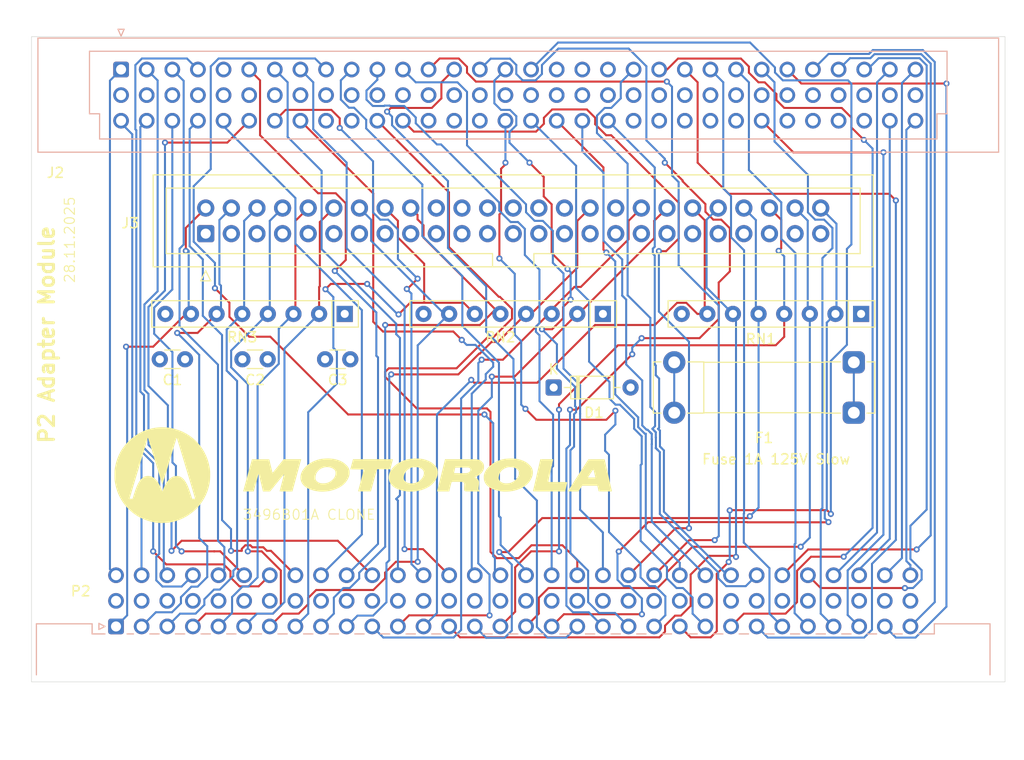
<source format=kicad_pcb>
(kicad_pcb (version 20241229) (generator "pcbnew") (generator_version "9.0")
  (layers (0 "F.Cu" signal) (4 "In1.Cu" power "In1.Cu-PWR") (6 "In2.Cu" power "In2.Cu-GND") (2 "B.Cu" signal) (13 "F.Paste" user) (15 "B.Paste" user) (5 "F.SilkS" user "F.Silkscreen") (7 "B.SilkS" user "B.Silkscreen") (1 "F.Mask" user) (3 "B.Mask" user) (25 "Edge.Cuts" user))
  (net 0 "")
  (net 1 "GND")
  (net 2 "TERMPWR")
  (net 3 "DPWR")
  (net 4 "VCC")
  (net 5 "PRD6")
  (net 6 "TRXC4")
  (net 8 "INPRIME")
  (net 9 "RTS3")
  (net 11 "CTS3")
  (net 12 "RXD2")
  (net 14 "DTR2")
  (net 15 "DCD4")
  (net 16 "R+")
  (net 19 "PRD4")
  (net 20 "DCD2")
  (net 21 "+12VF")
  (net 23 "PRD1")
  (net 24 "PRD0")
  (net 26 "TXD2")
  (net 28 "RXD1")
  (net 30 "TXD3")
  (net 31 "PRBSY")
  (net 35 "CTS1")
  (net 37 "RTS1")
  (net 38 "PRD5")
  (net 40 "PRD3")
  (net 42 "DCD3")
  (net 44 "RTS2")
  (net 47 "RXD4")
  (net 48 "CTS4")
  (net 49 "RTXC4")
  (net 50 "C+")
  (net 53 "PRFAULT")
  (net 55 "DTR3")
  (net 56 "PRPE")
  (net 57 "DTR4")
  (net 58 "PRSEL")
  (net 62 "PRACK")
  (net 63 "TXD1")
  (net 64 "PRD2")
  (net 65 "T-")
  (net 66 "R-")
  (net 68 "RXD3")
  (net 71 "PRSTB")
  (net 72 "TXD4")
  (net 75 "T+")
  (net 77 "PRD7")
  (net 78 "CTS2")
  (net 81 "C-")
  (net 82 "RTS4")
  (net 84 "DB3")
  (net 85 "ACK")
  (net 86 "MSG")
  (net 87 "DB7")
  (net 88 "ATN")
  (net 89 "DB1")
  (net 90 "DB2")
  (net 91 "O{slash}I")
  (net 92 "BSY")
  (net 93 "REQ")
  (net 94 "DBP")
  (net 95 "D{slash}C")
  (net 96 "DB5")
  (net 97 "DB6")
  (net 98 "DB0")
  (net 99 "RST")
  (net 100 "DB4")
  (net 101 "SEL")
  (net 105 "unconnected-(F1-Pad2)")
  (net 126 "unconnected-(F1-Pad1)")
  (footprint "Connector_IDC:IDC-Header_2x25_P2.54mm_Vertical" (layer "F.Cu") (at 57.39 73.54 90)
    (property "Reference" "J3")
    (property "Value" "Conn_02x25_Odd_Even")
  )
  (footprint "Fuse:Fuseholder_Clip-5x20mm_Bel_FC-203-22_Lateral_P17.80x5.00mm_D1.17mm_Horizontal" (layer "F.Cu") (at 121.63 91.3 180)
    (property "Reference" "F1")
    (property "Value" "Fuse")
  )
  (footprint "Capacitor_THT:C_Disc_D3.0mm_W1.6mm_P2.50mm" (layer "F.Cu") (at 63.53 86 180)
    (property "Reference" "C2")
    (property "Value" "100n")
  )
  (footprint "LOGO" (layer "F.Cu") (at 73 97.5)
    (property "Reference" "G***" (hide yes))
    (property "Value" "LOGO" (hide yes))
  )
  (footprint "Resistor_THT:R_Array_SIP8" (layer "F.Cu") (at 96.76 81.5 180)
    (property "Reference" "RN2")
    (property "Value" "R_Network_Dividers_x06_SIP")
  )
  (footprint "Capacitor_THT:C_Disc_D3.0mm_W1.6mm_P2.50mm" (layer "F.Cu") (at 55.34 86 180)
    (property "Reference" "C1")
    (property "Value" "100n")
  )
  (footprint "Capacitor_THT:C_Disc_D3.0mm_W1.6mm_P2.50mm" (layer "F.Cu") (at 71.72 86 180)
    (property "Reference" "C3")
    (property "Value" "100n")
  )
  (footprint "Resistor_THT:R_Array_SIP8" (layer "F.Cu") (at 122.35 81.5 180)
    (property "Reference" "RN1")
    (property "Value" "R_Network_Dividers_x06_SIP")
  )
  (footprint "Resistor_THT:R_Array_SIP8" (layer "F.Cu") (at 71.17 81.5 180)
    (property "Reference" "RN3")
    (property "Value" "R_Network_Dividers_x06_SIP")
  )
  (footprint "Diode_THT:D_DO-35_SOD27_P7.62mm_Horizontal" (layer "F.Cu") (at 91.88 88.8)
    (property "Reference" "D1")
    (property "Value" "1N4148")
  )
  (footprint "Connector_DIN:DIN41612_R_3x32_Female_Horizontal_THT" (layer "B.Cu") (at 48.5 112.5)
    (property "Reference" "P2")
    (property "Value" "DIN41612_03x32_C_Split")
  )
  (footprint "Connector_DIN:DIN41612_R_3x32_Male_Vertical_THT" (layer "B.Cu") (at 49 57.26 -90)
    (property "Reference" "J2")
    (property "Value" "DIN41612_03x32_C_Split")
  )
  (gr_rect (start 40.12 54) (end 136.62 118) (stroke (width 0.05)) (fill no) (layer "Edge.Cuts"))
  (gr_text "3496B01A CLONE" (at 61 102 0) (layer "F.SilkS") (effects (font (size 1 1) (thickness 0.1)) (justify left bottom)))
  (gr_text "28.11.2025" (at 44.5 78.5 90) (layer "F.SilkS") (effects (font (size 1 1) (thickness 0.1)) (justify left bottom)))
  (gr_text "P2 Adapter Module" (at 42.5 94.5 90) (layer "F.SilkS") (effects (font (size 1.5 1.5) (thickness 0.3) (bold yes)) (justify left bottom)))
  (gr_text "Fuse 1A 125V Slow" (at 106.5 96.5 0) (layer "F.SilkS") (effects (font (size 1 1)) (justify left bottom)))
  (segment (start 82.769 84.0844) (end 81.9328 83.2482) (width 0.2) (layer "F.Cu") (net 5))
  (segment (start 73.9957 82.2863) (end 73.9957 69.5557) (width 0.2) (layer "F.Cu") (net 5))
  (segment (start 73.9957 69.5557) (end 66.78 62.34) (width 0.2) (layer "F.Cu") (net 5))
  (segment (start 81.9328 83.2482) (end 74.9576 83.2482) (width 0.2) (layer "F.Cu") (net 5))
  (segment (start 74.9576 83.2482) (end 73.9957 82.2863) (width 0.2) (layer "F.Cu") (net 5))
  (via (at 82.769 84.0844) (size 0.6) (drill 0.3) (layers "F.Cu" "B.Cu") (net 5))
  (segment (start 82.769 84.0844) (end 83.2573 84.5727) (width 0.2) (layer "B.Cu") (net 5))
  (segment (start 85.8834 86.7378) (end 85.1482 87.473) (width 0.2) (layer "B.Cu") (net 5))
  (segment (start 83.7595 107.1195) (end 84.06 107.42) (width 0.2) (layer "B.Cu") (net 5))
  (segment (start 85.1482 88.0267) (end 83.7595 89.4154) (width 0.2) (layer "B.Cu") (net 5))
  (segment (start 83.7595 89.4154) (end 83.7595 107.1195) (width 0.2) (layer "B.Cu") (net 5))
  (segment (start 84.1258 84.5727) (end 85.8834 86.3303) (width 0.2) (layer "B.Cu") (net 5))
  (segment (start 83.2573 84.5727) (end 84.1258 84.5727) (width 0.2) (layer "B.Cu") (net 5))
  (segment (start 85.8834 86.3303) (end 85.8834 86.7378) (width 0.2) (layer "B.Cu") (net 5))
  (segment (start 85.1482 87.473) (end 85.1482 88.0267) (width 0.2) (layer "B.Cu") (net 5))
  (segment (start 109.96 57.26) (end 111.23 58.53) (width 0.2) (layer "B.Cu") (net 6))
  (segment (start 111.23 67.2282) (end 114.44 70.4382) (width 0.2) (layer "B.Cu") (net 6))
  (segment (start 114.44 74.061) (end 115.8476 75.4686) (width 0.2) (layer "B.Cu") (net 6))
  (segment (start 115.8476 75.4686) (end 115.8476 104.2618) (width 0.2) (layer "B.Cu") (net 6))
  (segment (start 115.7616 111.1816) (end 117.08 112.5) (width 0.2) (layer "B.Cu") (net 6))
  (segment (start 114.44 70.4382) (end 114.44 74.061) (width 0.2) (layer "B.Cu") (net 6))
  (segment (start 115.7616 104.3478) (end 115.7616 111.1816) (width 0.2) (layer "B.Cu") (net 6))
  (segment (start 115.8476 104.2618) (end 115.7616 104.3478) (width 0.2) (layer "B.Cu") (net 6))
  (segment (start 111.23 58.53) (end 111.23 67.2282) (width 0.2) (layer "B.Cu") (net 6))
  (segment (start 102.309 75.2755) (end 103.0223 75.2755) (width 0.2) (layer "F.Cu") (net 8))
  (segment (start 90.91 62.0459) (end 90.91 62.645) (width 0.2) (layer "F.Cu") (net 8))
  (segment (start 103.9638 102.7562) (end 105.2933 102.7562) (width 0.2) (layer "F.Cu") (net 8))
  (segment (start 95.9901 62.0445) (end 95.1655 61.2199) (width 0.2) (layer "F.Cu") (net 8))
  (segment (start 97.0828 63.7776) (end 95.9901 62.6849) (width 0.2) (layer "F.Cu") (net 8))
  (segment (start 91.736 61.2199) (end 90.91 62.0459) (width 0.2) (layer "F.Cu") (net 8))
  (segment (start 90.137 63.418) (end 78.018 63.418) (width 0.2) (layer "F.Cu") (net 8))
  (segment (start 104.2771 74.0207) (end 104.2771 70.4751) (width 0.2) (layer "F.Cu") (net 8))
  (segment (start 78.018 63.418) (end 76.94 62.34) (width 0.2) (layer "F.Cu") (net 8))
  (segment (start 104.2771 70.4751) (end 97.5796 63.7776) (width 0.2) (layer "F.Cu") (net 8))
  (segment (start 95.9901 62.6849) (end 95.9901 62.0445) (width 0.2) (layer "F.Cu") (net 8))
  (segment (start 99.3 107.42) (end 103.9638 102.7562) (width 0.2) (layer "F.Cu") (net 8))
  (segment (start 90.91 62.645) (end 90.137 63.418) (width 0.2) (layer "F.Cu") (net 8))
  (segment (start 97.5796 63.7776) (end 97.0828 63.7776) (width 0.2) (layer "F.Cu") (net 8))
  (segment (start 103.0223 75.2755) (end 104.2771 74.0207) (width 0.2) (layer "F.Cu") (net 8))
  (segment (start 95.1655 61.2199) (end 91.736 61.2199) (width 0.2) (layer "F.Cu") (net 8))
  (via (at 102.309 75.2755) (size 0.6) (drill 0.3) (layers "F.Cu" "B.Cu") (net 8))
  (via (at 105.2933 102.7562) (size 0.6) (drill 0.3) (layers "F.Cu" "B.Cu") (net 8))
  (segment (start 105.2933 102.7562) (end 105.2933 84.2605) (width 0.2) (layer "B.Cu") (net 8))
  (segment (start 105.2933 84.2605) (end 102.309 81.2762) (width 0.2) (layer "B.Cu") (net 8))
  (segment (start 102.309 81.2762) (end 102.309 75.2755) (width 0.2) (layer "B.Cu") (net 8))
  (segment (start 90.8957 69.8483) (end 91.68 70.6326) (width 0.2) (layer "F.Cu") (net 9))
  (segment (start 90.8957 67.9132) (end 90.8957 69.8483) (width 0.2) (layer "F.Cu") (net 9))
  (segment (start 91.68 70.6326) (end 91.68 75.468) (width 0.2) (layer "F.Cu") (net 9))
  (segment (start 92.8085 81.9363) (end 92.8085 80.8228) (width 0.2) (layer "F.Cu") (net 9))
  (segment (start 89.4825 66.5) (end 90.8957 67.9132) (width 0.2) (layer "F.Cu") (net 9))
  (segment (start 91.7217 83.0231) (end 92.8085 81.9363) (width 0.2) (layer "F.Cu") (net 9))
  (segment (start 90.7184 83.0231) (end 91.7217 83.0231) (width 0.2) (layer "F.Cu") (net 9))
  (segment (start 92.8085 80.8228) (end 93.5602 80.0711) (width 0.2) (layer "F.Cu") (net 9))
  (segment (start 91.68 75.468) (end 93.2522 77.0402) (width 0.2) (layer "F.Cu") (net 9))
  (via (at 89.4825 66.5) (size 0.6) (drill 0.3) (layers "F.Cu" "B.Cu") (net 9))
  (via (at 93.2522 77.0402) (size 0.6) (drill 0.3) (layers "F.Cu" "B.Cu") (net 9))
  (via (at 93.5602 80.0711) (size 0.6) (drill 0.3) (layers "F.Cu" "B.Cu") (net 9))
  (via (at 90.7184 83.0231) (size 0.6) (drill 0.3) (layers "F.Cu" "B.Cu") (net 9))
  (segment (start 92.2008 86.9335) (end 92.2008 84.5055) (width 0.2) (layer "B.Cu") (net 9))
  (segment (start 92.2008 84.5055) (end 90.7184 83.0231) (width 0.2) (layer "B.Cu") (net 9))
  (segment (start 93.901 94.6699) (end 93.901 91.448943) (width 0.2) (layer "B.Cu") (net 9))
  (segment (start 97.9628 111.1628) (end 96.3704 111.1628) (width 0.2) (layer "B.Cu") (net 9))
  (segment (start 95.296 106.974306) (end 94.665694 106.344) (width 0.2) (layer "B.Cu") (net 9))
  (segment (start 87.545694 63.416) (end 88.176 62.785694) (width 0.2) (layer "B.Cu") (net 9))
  (segment (start 87.545694 61.264) (end 86.654306 61.264) (width 0.2) (layer "B.Cu") (net 9))
  (segment (start 88.176 62.785694) (end 88.176 61.894306) (width 0.2) (layer "B.Cu") (net 9))
  (segment (start 94.101 91.248943) (end 94.101 90.751057) (width 0.2) (layer "B.Cu") (net 9))
  (segment (start 89.4825 66.5) (end 87.501 64.5185) (width 0.2) (layer "B.Cu") (net 9))
  (segment (start 86.654306 61.264) (end 86 60.609694) (width 0.2) (layer "B.Cu") (net 9))
  (segment (start 93.54 95.0309) (end 93.901 94.6699) (width 0.2) (layer "B.Cu") (net 9))
  (segment (start 86 58.36) (end 87.1 57.26) (width 0.2) (layer "B.Cu") (net 9))
  (segment (start 94 88.7327) (end 92.2008 86.9335) (width 0.2) (layer "B.Cu") (net 9))
  (segment (start 93.901 91.448943) (end 94.101 91.248943) (width 0.2) (layer "B.Cu") (net 9))
  (segment (start 95.296 110.0884) (end 95.296 106.974306) (width 0.2) (layer "B.Cu") (net 9))
  (segment (start 88.176 61.894306) (end 87.545694 61.264) (width 0.2) (layer "B.Cu") (net 9))
  (segment (start 94.101 90.751057) (end 94 90.650057) (width 0.2) (layer "B.Cu") (net 9))
  (segment (start 94.665694 106.344) (end 93.54 105.218306) (width 0.2) (layer "B.Cu") (net 9))
  (segment (start 93.5602 77.3482) (end 93.5602 80.0711) (width 0.2) (layer "B.Cu") (net 9))
  (segment (start 86 60.609694) (end 86 58.36) (width 0.2) (layer "B.Cu") (net 9))
  (segment (start 99.3 112.5) (end 97.9628 111.1628) (width 0.2) (layer "B.Cu") (net 9))
  (segment (start 96.3704 111.1628) (end 95.296 110.0884) (width 0.2) (layer "B.Cu") (net 9))
  (segment (start 87.501 64.5185) (end 87.501 63.416) (width 0.2) (layer "B.Cu") (net 9))
  (segment (start 87.501 63.416) (end 87.545694 63.416) (width 0.2) (layer "B.Cu") (net 9))
  (segment (start 94 90.650057) (end 94 88.7327) (width 0.2) (layer "B.Cu") (net 9))
  (segment (start 93.2522 77.0402) (end 93.5602 77.3482) (width 0.2) (layer "B.Cu") (net 9))
  (segment (start 93.54 105.218306) (end 93.54 95.0309) (width 0.2) (layer "B.Cu") (net 9))
  (segment (start 97.098016 92) (end 90.1611 92) (width 0.2) (layer "F.Cu") (net 11))
  (segment (start 97.998122 91.099894) (end 97.098016 92) (width 0.2) (layer "F.Cu") (net 11))
  (segment (start 87.1 66.6699) (end 86.6659 67.104) (width 0.2) (layer "F.Cu") (net 11))
  (segment (start 86.5 71.6405) (end 86.6659 71.4746) (width 0.2) (layer "F.Cu") (net 11))
  (segment (start 86.5 76) (end 86.5 71.6405) (width 0.2) (layer "F.Cu") (net 11))
  (segment (start 86.6659 67.104) (end 86.6659 71.4746) (width 0.2) (layer "F.Cu") (net 11))
  (segment (start 87.1 66.5) (end 87.1 66.6699) (width 0.2) (layer "F.Cu") (net 11))
  (segment (start 90.1611 92) (end 89.08055 90.91945) (width 0.2) (layer "F.Cu") (net 11))
  (via (at 97.998122 91.099894) (size 0.6) (drill 0.3) (layers "F.Cu" "B.Cu") (net 11))
  (via (at 87.1 66.5) (size 0.6) (drill 0.3) (layers "F.Cu" "B.Cu") (net 11))
  (via (at 86.5 76) (size 0.6) (drill 0.3) (layers "F.Cu" "B.Cu") (net 11))
  (via (at 89.08055 90.91945) (size 0.6) (drill 0.3) (layers "F.Cu" "B.Cu") (net 11))
  (segment (start 96.9795 95.0835) (end 97.3629 95.4669) (width 0.2) (layer "B.Cu") (net 11))
  (segment (start 100.4894 106.2648) (end 100.4894 107.6335) (width 0.2) (layer "B.Cu") (net 11))
  (segment (start 88.6611 84.2052) (end 88.6611 90.5) (width 0.2) (layer "B.Cu") (net 11))
  (segment (start 87.1 66.5) (end 87.1 62.34) (width 0.2) (layer "B.Cu") (net 11))
  (segment (start 101.3526 108.4967) (end 101.9334 108.4967) (width 0.2) (layer "B.Cu") (net 11))
  (segment (start 97.3629 103.1383) (end 100.4894 106.2648) (width 0.2) (layer "B.Cu") (net 11))
  (segment (start 97.998122 91.099894) (end 97.998122 92.460878) (width 0.2) (layer "B.Cu") (net 11))
  (segment (start 88.6611 90.5) (end 89.08055 90.91945) (width 0.2) (layer "B.Cu") (net 11))
  (segment (start 102.9502 111.3898) (end 101.84 112.5) (width 0.2) (layer "B.Cu") (net 11))
  (segment (start 88.0224 77.5224) (end 88.0224 83.5665) (width 0.2) (layer "B.Cu") (net 11))
  (segment (start 96.9795 93.4795) (end 96.9795 95.0835) (width 0.2) (layer "B.Cu") (net 11))
  (segment (start 102.9502 109.5135) (end 102.9502 111.3898) (width 0.2) (layer "B.Cu") (net 11))
  (segment (start 97.998122 92.460878) (end 96.9795 93.4795) (width 0.2) (layer "B.Cu") (net 11))
  (segment (start 88.0224 83.5665) (end 88.6611 84.2052) (width 0.2) (layer "B.Cu") (net 11))
  (segment (start 86.5 76) (end 88.0224 77.5224) (width 0.2) (layer "B.Cu") (net 11))
  (segment (start 97.3629 95.4669) (end 97.3629 103.1383) (width 0.2) (layer "B.Cu") (net 11))
  (segment (start 87.1 66.5) (end 87.1 66.6699) (width 0.2) (layer "B.Cu") (net 11))
  (segment (start 101.9334 108.4967) (end 102.9502 109.5135) (width 0.2) (layer "B.Cu") (net 11))
  (segment (start 100.4894 107.6335) (end 101.3526 108.4967) (width 0.2) (layer "B.Cu") (net 11))
  (segment (start 117.08 107.42) (end 118.35 108.69) (width 0.2) (layer "F.Cu") (net 12))
  (segment (start 118.35 108.69) (end 126.6939 108.69) (width 0.2) (layer "F.Cu") (net 12))
  (via (at 126.6939 108.69) (size 0.6) (drill 0.3) (layers "F.Cu" "B.Cu") (net 12))
  (segment (start 128.3536 106.9176) (end 128.3536 107.8355) (width 0.2) (layer "B.Cu") (net 12))
  (segment (start 122.9725 57.26) (end 124.095 56.1375) (width 0.2) (layer "B.Cu") (net 12))
  (segment (start 127.4991 108.69) (end 126.6939 108.69) (width 0.2) (layer "B.Cu") (net 12))
  (segment (start 128.8504 56.8439) (end 128.8504 100.9067) (width 0.2) (layer "B.Cu") (net 12))
  (segment (start 128.3536 107.8355) (end 127.4991 108.69) (width 0.2) (layer "B.Cu") (net 12))
  (segment (start 128.8504 100.9067) (end 127.24 102.5171) (width 0.2) (layer "B.Cu") (net 12))
  (segment (start 127.24 102.5171) (end 127.24 105.804) (width 0.2) (layer "B.Cu") (net 12))
  (segment (start 122.66 57.26) (end 122.9725 57.26) (width 0.2) (layer "B.Cu") (net 12))
  (segment (start 127.24 105.804) (end 128.3536 106.9176) (width 0.2) (layer "B.Cu") (net 12))
  (segment (start 128.144 56.1375) (end 128.8504 56.8439) (width 0.2) (layer "B.Cu") (net 12))
  (segment (start 124.095 56.1375) (end 128.144 56.1375) (width 0.2) (layer "B.Cu") (net 12))
  (segment (start 126.3986 58.6014) (end 127.74 57.26) (width 0.2) (layer "B.Cu") (net 14))
  (segment (start 124.7 107.42) (end 126.3986 105.7214) (width 0.2) (layer "B.Cu") (net 14))
  (segment (start 126.3986 105.7214) (end 126.3986 58.6014) (width 0.2) (layer "B.Cu") (net 14))
  (segment (start 116.43 58.65) (end 115.04 57.26) (width 0.2) (layer "F.Cu") (net 15))
  (segment (start 130.8106 58.65) (end 116.43 58.65) (width 0.2) (layer "F.Cu") (net 15))
  (via (at 130.8106 58.65) (size 0.6) (drill 0.3) (layers "F.Cu" "B.Cu") (net 15))
  (segment (start 130.8106 110.5355) (end 130.8106 58.65) (width 0.2) (layer "B.Cu") (net 15))
  (segment (start 125.804 113.604) (end 127.7421 113.604) (width 0.2) (layer "B.Cu") (net 15))
  (segment (start 124.7 112.5) (end 125.804 113.604) (width 0.2) (layer "B.Cu") (net 15))
  (segment (start 127.7421 113.604) (end 130.8106 110.5355) (width 0.2) (layer "B.Cu") (net 15))
  (segment (start 58.2327 105.0501) (end 58.2328 105.05) (width 0.2) (layer "F.Cu") (net 16))
  (segment (start 55.0015 105.0501) (end 58.2327 105.0501) (width 0.2) (layer "F.Cu") (net 16))
  (segment (start 58.83 105.05) (end 61.2 107.42) (width 0.2) (layer "F.Cu") (net 16))
  (segment (start 55 105.0516) (end 55.0015 105.0501) (width 0.2) (layer "F.Cu") (net 16))
  (segment (start 58.2328 105.05) (end 58.83 105.05) (width 0.2) (layer "F.Cu") (net 16))
  (via (at 55 105.0516) (size 0.6) (drill 0.3) (layers "F.Cu" "B.Cu") (net 16))
  (segment (start 54.4366 104.4882) (end 55 105.0516) (width 0.2) (layer "B.Cu") (net 16))
  (segment (start 54.0913 85.2878) (end 54.0913 96.2327) (width 0.2) (layer "B.Cu") (net 16))
  (segment (start 54.4366 96.578) (end 54.4366 104.4882) (width 0.2) (layer "B.Cu") (net 16))
  (segment (start 52.2812 83.4777) (end 54.0913 85.2878) (width 0.2) (layer "B.Cu") (net 16))
  (segment (start 54.08 62.34) (end 54.08 79.0765) (width 0.2) (layer "B.Cu") (net 16))
  (segment (start 55 105.0516) (end 55.0015 105.0501) (width 0.2) (layer "B.Cu") (net 16))
  (segment (start 54.08 79.0765) (end 52.2812 80.8753) (width 0.2) (layer "B.Cu") (net 16))
  (segment (start 52.2812 80.8753) (end 52.2812 83.4777) (width 0.2) (layer "B.Cu") (net 16))
  (segment (start 54.0913 96.2327) (end 54.4366 96.578) (width 0.2) (layer "B.Cu") (net 16))
  (segment (start 77.3686 79.0282) (end 78.3927 78.0041) (width 0.2) (layer "F.Cu") (net 19))
  (segment (start 70.6736 63.0575) (end 70.6736 62.0961) (width 0.2) (layer "F.Cu") (net 19))
  (segment (start 77.323 79.0282) (end 77.3686 79.0282) (width 0.2) (layer "F.Cu") (net 19))
  (segment (start 70.6736 62.0961) (end 69.8399 61.2624) (width 0.2) (layer "F.Cu") (net 19))
  (segment (start 65.3176 61.2624) (end 64.24 62.34) (width 0.2) (layer "F.Cu") (net 19))
  (segment (start 69.8399 61.2624) (end 65.3176 61.2624) (width 0.2) (layer "F.Cu") (net 19))
  (via (at 77.323 79.0282) (size 0.6) (drill 0.3) (layers "F.Cu" "B.Cu") (net 19))
  (via (at 70.6736 63.0575) (size 0.6) (drill 0.3) (layers "F.Cu" "B.Cu") (net 19))
  (via (at 78.3927 78.0041) (size 0.6) (drill 0.3) (layers "F.Cu" "B.Cu") (net 19))
  (segment (start 78.3927 78.0041) (end 76.44 76.0514) (width 0.2) (layer "B.Cu") (net 19))
  (segment (start 76.44 73.1216) (end 75.4701 72.1517) (width 0.2) (layer "B.Cu") (net 19))
  (segment (start 73.9774 71.4402) (end 73.9774 66.3613) (width 0.2) (layer "B.Cu") (net 19))
  (segment (start 77.7808 79.486) (end 77.323 79.0282) (width 0.2) (layer "B.Cu") (net 19))
  (segment (start 77.7808 106.3154) (end 77.7808 79.486) (width 0.2) (layer "B.Cu") (net 19))
  (segment (start 74.6889 72.1517) (end 73.9774 71.4402) (width 0.2) (layer "B.Cu") (net 19))
  (segment (start 76.44 76.0514) (end 76.44 73.1216) (width 0.2) (layer "B.Cu") (net 19))
  (segment (start 78.8854 107.42) (end 77.7808 106.3154) (width 0.2) (layer "B.Cu") (net 19))
  (segment (start 73.9774 66.3613) (end 70.6736 63.0575) (width 0.2) (layer "B.Cu") (net 19))
  (segment (start 78.98 107.42) (end 78.8854 107.42) (width 0.2) (layer "B.Cu") (net 19))
  (segment (start 75.4701 72.1517) (end 74.6889 72.1517) (width 0.2) (layer "B.Cu") (net 19))
  (segment (start 127.0737 106.2478) (end 127.24 106.4141) (width 0.2) (layer "B.Cu") (net 20))
  (segment (start 127.74 62.34) (end 126.8383 63.2417) (width 0.2) (layer "B.Cu") (net 20))
  (segment (start 126.8383 63.2417) (end 126.8383 106.0124) (width 0.2) (layer "B.Cu") (net 20))
  (segment (start 127.0737 106.2478) (end 127.24 106.4141) (width 0.2) (layer "B.Cu") (net 20))
  (segment (start 126.8383 106.0124) (end 127.0737 106.2478) (width 0.2) (layer "B.Cu") (net 20))
  (segment (start 127.24 106.4141) (end 127.24 107.42) (width 0.2) (layer "B.Cu") (net 20))
  (segment (start 62.6382 108.5218) (end 60.7328 108.5218) (width 0.2) (layer "F.Cu") (net 21))
  (segment (start 59.1647 106.3433) (end 53.4768 106.3433) (width 0.2) (layer "F.Cu") (net 21))
  (segment (start 59.8448 107.0234) (end 59.1647 106.3433) (width 0.2) (layer "F.Cu") (net 21))
  (segment (start 63.74 107.42) (end 62.6382 108.5218) (width 0.2) (layer "F.Cu") (net 21))
  (segment (start 53.4768 106.3433) (end 52.1835 105.05) (width 0.2) (layer "F.Cu") (net 21))
  (segment (start 59.8448 107.6338) (end 59.8448 107.0234) (width 0.2) (layer "F.Cu") (net 21))
  (segment (start 60.7328 108.5218) (end 59.8448 107.6338) (width 0.2) (layer "F.Cu") (net 21))
  (via (at 52.1835 105.05) (size 0.6) (drill 0.3) (layers "F.Cu" "B.Cu") (net 21))
  (segment (start 51.0688 56.1669) (end 50.4166 56.8191) (width 0.2) (layer "B.Cu") (net 21))
  (segment (start 52.1835 96.3026) (end 52.1835 105.05) (width 0.2) (layer "B.Cu") (net 21))
  (segment (start 50.5114 63.2854) (end 50.5114 94.6305) (width 0.2) (layer "B.Cu") (net 21))
  (segment (start 56.62 57.26) (end 55.5269 56.1669) (width 0.2) (layer "B.Cu") (net 21))
  (segment (start 55.5269 56.1669) (end 51.0688 56.1669) (width 0.2) (layer "B.Cu") (net 21))
  (segment (start 50.4166 56.8191) (end 50.4166 63.1906) (width 0.2) (layer "B.Cu") (net 21))
  (segment (start 50.5114 94.6305) (end 52.1835 96.3026) (width 0.2) (layer "B.Cu") (net 21))
  (segment (start 50.4166 63.1906) (end 50.5114 63.2854) (width 0.2) (layer "B.Cu") (net 21))
  (segment (start 62.776 63.776) (end 62.776 58.336) (width 0.2) (layer "F.Cu") (net 23))
  (segment (start 70.1851 77.2381) (end 71.2719 76.1513) (width 0.2) (layer "F.Cu") (net 23))
  (segment (start 71.2719 70.5289) (end 70.2737 69.5307) (width 0.2) (layer "F.Cu") (net 23))
  (segment (start 71.2719 76.1513) (end 71.2719 70.5289) (width 0.2) (layer "F.Cu") (net 23))
  (segment (start 68.5307 69.5307) (end 62.776 63.776) (width 0.2) (layer "F.Cu") (net 23))
  (segment (start 62.776 58.336) (end 61.7 57.26) (width 0.2) (layer "F.Cu") (net 23))
  (segment (start 70.2737 69.5307) (end 68.5307 69.5307) (width 0.2) (layer "F.Cu") (net 23))
  (via (at 70.1851 77.2381) (size 0.6) (drill 0.3) (layers "F.Cu" "B.Cu") (net 23))
  (segment (start 70.1851 77.2381) (end 74.303 81.356) (width 0.2) (layer "B.Cu") (net 23))
  (segment (start 74.303 85.6502) (end 74.4693 85.8165) (width 0.2) (layer "B.Cu") (net 23))
  (segment (start 74.303 85.6502) (end 74.4693 85.8165) (width 0.2) (layer "B.Cu") (net 23))
  (segment (start 74.4693 104.3107) (end 71.36 107.42) (width 0.2) (layer "B.Cu") (net 23))
  (segment (start 74.303 81.356) (end 74.303 85.6502) (width 0.2) (layer "B.Cu") (net 23))
  (segment (start 74.4693 85.8165) (end 74.4693 104.3107) (width 0.2) (layer "B.Cu") (net 23))
  (segment (start 66.28 74.5343) (end 72.8657 81.12) (width 0.2) (layer "B.Cu") (net 24))
  (segment (start 72.8657 81.12) (end 72.8657 103.3743) (width 0.2) (layer "B.Cu") (net 24))
  (segment (start 72.8657 103.3743) (end 68.82 107.42) (width 0.2) (layer "B.Cu") (net 24))
  (segment (start 59.16 62.8855) (end 66.28 70.0055) (width 0.2) (layer "B.Cu") (net 24))
  (segment (start 66.28 70.0055) (end 66.28 74.5343) (width 0.2) (layer "B.Cu") (net 24))
  (segment (start 59.16 62.34) (end 59.16 62.8855) (width 0.2) (layer "B.Cu") (net 24))
  (segment (start 114.54 107.42) (end 117.0974 104.8626) (width 0.2) (layer "F.Cu") (net 26))
  (segment (start 127.8577 104.8626) (end 127.8577 104.8625) (width 0.2) (layer "F.Cu") (net 26))
  (segment (start 117.0974 104.8626) (end 127.8577 104.8626) (width 0.2) (layer "F.Cu") (net 26))
  (via (at 127.8577 104.8625) (size 0.6) (drill 0.3) (layers "F.Cu" "B.Cu") (net 26))
  (segment (start 123.6814 55.7358) (end 123.2797 56.1375) (width 0.2) (layer "B.Cu") (net 26))
  (segment (start 129.2521 56.6776) (end 128.3103 55.7358) (width 0.2) (layer "B.Cu") (net 26))
  (segment (start 121.2425 56.1375) (end 120.12 57.26) (width 0.2) (layer "B.Cu") (net 26))
  (segment (start 123.2797 56.1375) (end 121.2425 56.1375) (width 0.2) (layer "B.Cu") (net 26))
  (segment (start 128.3103 55.7358) (end 123.6814 55.7358) (width 0.2) (layer "B.Cu") (net 26))
  (segment (start 127.8577 104.8625) (end 129.2521 103.4681) (width 0.2) (layer "B.Cu") (net 26))
  (segment (start 129.2521 103.4681) (end 129.2521 56.6776) (width 0.2) (layer "B.Cu") (net 26))
  (segment (start 101.6008 93.9122) (end 101.6008 93.4008) (width 0.2) (layer "B.Cu") (net 28))
  (segment (start 100.6577 88.1043) (end 100.6577 92.5581) (width 0.2) (layer "B.Cu") (net 28))
  (segment (start 101.081 92.9814) (end 101.1814 92.9814) (width 0.2) (layer "B.Cu") (net 28))
  (segment (start 101.4345 93.2345) (end 101.6008 93.4008) (width 0.2) (layer "B.Cu") (net 28))
  (segment (start 98.8314 79.8407) (end 98.6735 79.6828) (width 0.2) (layer "B.Cu") (net 28))
  (segment (start 101.6105 93.9219) (end 101.6008 93.9122) (width 0.2) (layer "B.Cu") (net 28))
  (segment (start 98.6735 76.0991) (end 96.8186 74.2442) (width 0.2) (layer "B.Cu") (net 28))
  (segment (start 98.8314 79.8407) (end 98.6735 79.6828) (width 0.2) (layer "B.Cu") (net 28))
  (segment (start 99.0668 86.5134) (end 100.6577 88.1043) (width 0.2) (layer "B.Cu") (net 28))
  (segment (start 101.6008 94.43) (end 101.6105 94.4203) (width 0.2) (layer "B.Cu") (net 28))
  (segment (start 101.6008 102.1008) (end 101.6008 94.43) (width 0.2) (layer "B.Cu") (net 28))
  (segment (start 96.8186 74.2442) (end 96.8186 67.4826) (width 0.2) (layer "B.Cu") (net 28))
  (segment (start 106.92 107.42) (end 101.6008 102.1008) (width 0.2) (layer "B.Cu") (net 28))
  (segment (start 101.6105 94.4203) (end 101.6105 93.9219) (width 0.2) (layer "B.Cu") (net 28))
  (segment (start 98.6735 79.6828) (end 98.6735 76.0991) (width 0.2) (layer "B.Cu") (net 28))
  (segment (start 99.0668 80.0761) (end 99.0668 86.5134) (width 0.2) (layer "B.Cu") (net 28))
  (segment (start 94.72 65.384) (end 94.72 62.34) (width 0.2) (layer "B.Cu") (net 28))
  (segment (start 101.1814 92.9814) (end 101.4345 93.2345) (width 0.2) (layer "B.Cu") (net 28))
  (segment (start 100.6577 92.5581) (end 101.081 92.9814) (width 0.2) (layer "B.Cu") (net 28))
  (segment (start 98.8314 79.8407) (end 99.0668 80.0761) (width 0.2) (layer "B.Cu") (net 28))
  (segment (start 101.4345 93.2345) (end 101.6008 93.4008) (width 0.2) (layer "B.Cu") (net 28))
  (segment (start 96.8186 67.4826) (end 94.72 65.384) (width 0.2) (layer "B.Cu") (net 28))
  (segment (start 80.75 60.1221) (end 80.75 58.53) (width 0.2) (layer "F.Cu") (net 30))
  (segment (start 80.75 58.53) (end 82.02 57.26) (width 0.2) (layer "F.Cu") (net 30))
  (segment (start 79.8021 61.07) (end 80.75 60.1221) (width 0.2) (layer "F.Cu") (net 30))
  (segment (start 75.7412 61.07) (end 79.8021 61.07) (width 0.2) (layer "F.Cu") (net 30))
  (segment (start 75.3701 61.4411) (end 75.7412 61.07) (width 0.2) (layer "F.Cu") (net 30))
  (via (at 75.3701 61.4411) (size 0.6) (drill 0.3) (layers "F.Cu" "B.Cu") (net 30))
  (segment (start 85.1887 78.7535) (end 81.4017 74.9665) (width 0.2) (layer "B.Cu") (net 30))
  (segment (start 93.11 113.61) (end 94.22 112.5) (width 0.2) (layer "B.Cu") (net 30))
  (segment (start 81.4017 68.3244) (end 75.8621 62.7848) (width 0.2) (layer "B.Cu") (net 30))
  (segment (start 87.8946 85.9813) (end 85.1887 83.2754) (width 0.2) (layer "B.Cu") (net 30))
  (segment (start 75.8621 62.7848) (end 75.8621 61.9331) (width 0.2) (layer "B.Cu") (net 30))
  (segment (start 88.0594 97.8545) (end 90.2169 100.012) (width 0.2) (layer "B.Cu") (net 30))
  (segment (start 85.1887 83.2754) (end 85.1887 78.7535) (width 0.2) (layer "B.Cu") (net 30))
  (segment (start 88.0594 88.0339) (end 88.0594 97.8545) (width 0.2) (layer "B.Cu") (net 30))
  (segment (start 90.2169 100.012) (end 90.2169 112.5609) (width 0.2) (layer "B.Cu") (net 30))
  (segment (start 81.4017 74.9665) (end 81.4017 68.3244) (width 0.2) (layer "B.Cu") (net 30))
  (segment (start 91.266 113.61) (end 93.11 113.61) (width 0.2) (layer "B.Cu") (net 30))
  (segment (start 87.8946 87.8691) (end 88.0594 88.0339) (width 0.2) (layer "B.Cu") (net 30))
  (segment (start 75.8621 61.9331) (end 75.3701 61.4411) (width 0.2) (layer "B.Cu") (net 30))
  (segment (start 87.8946 87.8691) (end 88.0594 88.0339) (width 0.2) (layer "B.Cu") (net 30))
  (segment (start 90.2169 112.5609) (end 91.266 113.61) (width 0.2) (layer "B.Cu") (net 30))
  (segment (start 87.8946 87.8691) (end 87.8946 85.9813) (width 0.2) (layer "B.Cu") (net 30))
  (segment (start 86.4817 70.4538) (end 80.7217 64.6938) (width 0.2) (layer "B.Cu") (net 31))
  (segment (start 90.4693 77.1033) (end 89.0217 75.6557) (width 0.2) (layer "B.Cu") (net 31))
  (segment (start 89.0217 73.0629) (end 88.3471 72.3883) (width 0.2) (layer "B.Cu") (net 31))
  (segment (start 87.6156 72.3883) (end 86.4817 71.2544) (width 0.2) (layer "B.Cu") (net 31))
  (segment (start 90.1167 82.774) (end 90.4693 82.4214) (width 0.2) (layer "B.Cu") (net 31))
  (segment (start 91.68 107.42) (end 91.68 96.7417) (width 0.2) (layer "B.Cu") (net 31))
  (segment (start 73.3233 59.354) (end 74.3999 58.2774) (width 0.2) (layer "B.Cu") (net 31))
  (segment (start 88.3471 72.3883) (end 87.6156 72.3883) (width 0.2) (layer "B.Cu") (net 31))
  (segment (start 75.0837 60.8767) (end 73.954 60.8767) (width 0.2) (layer "B.Cu") (net 31))
  (segment (start 86.4817 71.2544) (end 86.4817 70.4538) (width 0.2) (layer "B.Cu") (net 31))
  (segment (start 90.1167 83.2722) (end 90.1167 82.774) (width 0.2) (layer "B.Cu") (net 31))
  (segment (start 78.21 62.5935) (end 78.21 62.0179) (width 0.2) (layer "B.Cu") (net 31))
  (segment (start 75.121 60.8394) (end 75.0837 60.8767) (width 0.2) (layer "B.Cu") (net 31))
  (segment (start 90.4693 82.4214) (end 90.4693 77.1033) (width 0.2) (layer "B.Cu") (net 31))
  (segment (start 77.0688 60.8767) (end 75.6566 60.8767) (width 0.2) (layer "B.Cu") (net 31))
  (segment (start 73.3233 60.246) (end 73.3233 59.354) (width 0.2) (layer "B.Cu") (net 31))
  (segment (start 90.4752 90.1475) (end 90.4752 83.6306) (width 0.2) (layer "B.Cu") (net 31))
  (segment (start 80.7217 64.6938) (end 80.3103 64.6938) (width 0.2) (layer "B.Cu") (net 31))
  (segment (start 80.3103 64.6938) (end 78.21 62.5935) (width 0.2) (layer "B.Cu") (net 31))
  (segment (start 75.6566 60.8767) (end 75.6193 60.8394) (width 0.2) (layer "B.Cu") (net 31))
  (segment (start 89.0217 75.6557) (end 89.0217 73.0629) (width 0.2) (layer "B.Cu") (net 31))
  (segment (start 74.3999 58.2774) (end 74.4 58.2774) (width 0.2) (layer "B.Cu") (net 31))
  (segment (start 78.21 62.0179) (end 77.0688 60.8767) (width 0.2) (layer "B.Cu") (net 31))
  (segment (start 74.4 58.2774) (end 74.4 57.26) (width 0.2) (layer "B.Cu") (net 31))
  (segment (start 91.68 96.7417) (end 91.8225 96.5992) (width 0.2) (layer "B.Cu") (net 31))
  (segment (start 73.954 60.8767) (end 73.3233 60.246) (width 0.2) (layer "B.Cu") (net 31))
  (segment (start 91.8225 91.4948) (end 90.4752 90.1475) (width 0.2) (layer "B.Cu") (net 31))
  (segment (start 90.4751 83.6306) (end 90.1167 83.2722) (width 0.2) (layer "B.Cu") (net 31))
  (segment (start 75.6193 60.8394) (end 75.121 60.8394) (width 0.2) (layer "B.Cu") (net 31))
  (segment (start 91.8225 96.5992) (end 91.8225 91.4948) (width 0.2) (layer "B.Cu") (net 31))
  (segment (start 90.4752 83.6306) (end 90.4751 83.6306) (width 0.2) (layer "B.Cu") (net 31))
  (segment (start 96.1677 63.5604) (end 96.1677 61.8402) (width 0.2) (layer "B.Cu") (net 35))
  (segment (start 101.4611 81.9024) (end 99.2331 79.6744) (width 0.2) (layer "B.Cu") (net 35))
  (segment (start 96.1677 61.8402) (end 96.9379 61.07) (width 0.2) (layer "B.Cu") (net 35))
  (segment (start 101.4611 90.7427) (end 101.4611 81.9024) (width 0.2) (layer "B.Cu") (net 35))
  (segment (start 101.9318 91.2134) (end 101.4611 90.7427) (width 0.2) (layer "B.Cu") (net 35))
  (segment (start 101.8362 93.0682) (end 101.6644 92.8964) (width 0.2) (layer "B.Cu") (net 35))
  (segment (start 102.4042 95.2065) (end 102.1688 94.9711) (width 0.2) (layer "B.Cu") (net 35))
  (segment (start 102.0025 93.7459) (end 102.0025 93.2345) (width 0.2) (layer "B.Cu") (net 35))
  (segment (start 98.53 58.53) (end 99.8 57.26) (width 0.2) (layer "B.Cu") (net 35))
  (segment (start 98.53 60.1221) (end 98.53 58.53) (width 0.2) (layer "B.Cu") (net 35))
  (segment (start 99.2331 79.6744) (end 99.2087 79.65) (width 0.2) (layer "B.Cu") (net 35))
  (segment (start 101.6644 92.8964) (end 101.6644 92.8963) (width 0.2) (layer "B.Cu") (net 35))
  (segment (start 110.9126 108.5074) (end 108.9811 108.5074) (width 0.2) (layer "B.Cu") (net 35))
  (segment (start 108.19 107.1343) (end 102.4042 101.3485) (width 0.2) (layer "B.Cu") (net 35))
  (segment (start 112 107.42) (end 110.9126 108.5074) (width 0.2) (layer "B.Cu") (net 35))
  (segment (start 102.1688 94.9711) (end 102.0025 94.8048) (width 0.2) (layer "B.Cu") (net 35))
  (segment (start 102.0122 93.7556) (end 102.0025 93.7459) (width 0.2) (layer "B.Cu") (net 35))
  (segment (start 101.8362 93.0682) (end 102.0025 93.2345) (width 0.2) (layer "B.Cu") (net 35))
  (segment (start 102.0025 94.8048) (end 102.0122 94.7951) (width 0.2) (layer "B.Cu") (net 35))
  (segment (start 102.1688 94.9711) (end 102.0025 94.8048) (width 0.2) (layer "B.Cu") (net 35))
  (segment (start 102.0122 94.7951) (end 102.0122 93.7556) (width 0.2) (layer "B.Cu") (net 35))
  (segment (start 99.2087 79.65) (end 99.2087 66.6014) (width 0.2) (layer "B.Cu") (net 35))
  (segment (start 108.9811 108.5074) (end 108.19 107.7163) (width 0.2) (layer "B.Cu") (net 35))
  (segment (start 101.8362 93.0682) (end 102.0025 93.2345) (width 0.2) (layer "B.Cu") (net 35))
  (segment (start 108.19 107.7163) (end 108.19 107.1343) (width 0.2) (layer "B.Cu") (net 35))
  (segment (start 101.6644 92.8963) (end 101.9318 92.6289) (width 0.2) (layer "B.Cu") (net 35))
  (segment (start 102.4042 101.3485) (end 102.4042 95.2065) (width 0.2) (layer "B.Cu") (net 35))
  (segment (start 99.2331 79.6744) (end 99.2087 79.65) (width 0.2) (layer "B.Cu") (net 35))
  (segment (start 99.2087 66.6014) (end 96.1677 63.5604) (width 0.2) (layer "B.Cu") (net 35))
  (segment (start 96.9379 61.07) (end 97.5821 61.07) (width 0.2) (layer "B.Cu") (net 35))
  (segment (start 97.5821 61.07) (end 98.53 60.1221) (width 0.2) (layer "B.Cu") (net 35))
  (segment (start 101.9318 92.6289) (end 101.9318 91.2134) (width 0.2) (layer "B.Cu") (net 35))
  (segment (start 109.1063 107.42) (end 102.8059 101.1196) (width 0.2) (layer "B.Cu") (net 37))
  (segment (start 102.3335 92.7952) (end 102.3335 87.9098) (width 0.2) (layer "B.Cu") (net 37))
  (segment (start 101.8985 75.7158) (end 101.8985 86.5193) (width 0.2) (layer "B.Cu") (net 37))
  (segment (start 101.8985 74.8352) (end 101.7073 75.0264) (width 0.2) (layer "B.Cu") (net 37))
  (segment (start 101.9529 86.5737) (end 101.8985 86.5193) (width 0.2) (layer "B.Cu") (net 37))
  (segment (start 102.2379 92.9019) (end 102.2324 92.8964) (width 0.2) (layer "B.Cu") (net 37))
  (segment (start 102.8059 101.1196) (end 102.8059 95.0402) (width 0.2) (layer "B.Cu") (net 37))
  (segment (start 101.7073 75.5246) (end 101.8985 75.7158) (width 0.2) (layer "B.Cu") (net 37))
  (segment (start 102.0033 86.6241) (end 101.9529 86.5737) (width 0.2) (layer "B.Cu") (net 37))
  (segment (start 102.5705 94.8048) (end 102.4139 94.6482) (width 0.2) (layer "B.Cu") (net 37))
  (segment (start 101.8985 66.9785) (end 101.8985 74.8352) (width 0.2) (layer "B.Cu") (net 37))
  (segment (start 97.26 62.34) (end 101.8985 66.9785) (width 0.2) (layer "B.Cu") (net 37))
  (segment (start 101.7073 75.0264) (end 101.7073 75.5246) (width 0.2) (layer "B.Cu") (net 37))
  (segment (start 102.8059 95.0402) (end 102.5705 94.8048) (width 0.2) (layer "B.Cu") (net 37))
  (segment (start 102.4139 93.0779) (end 102.4042 93.0682) (width 0.2) (layer "B.Cu") (net 37))
  (segment (start 102.2324 92.8963) (end 102.3335 92.7952) (width 0.2) (layer "B.Cu") (net 37))
  (segment (start 102.5705 94.8048) (end 102.4139 94.6482) (width 0.2) (layer "B.Cu") (net 37))
  (segment (start 102.1202 87.6965) (end 102.0033 87.5796) (width 0.2) (layer "B.Cu") (net 37))
  (segment (start 109.46 107.42) (end 109.1063 107.42) (width 0.2) (layer "B.Cu") (net 37))
  (segment (start 102.2379 92.9019) (end 102.4042 93.0682) (width 0.2) (layer "B.Cu") (net 37))
  (segment (start 102.1202 87.6965) (end 102.0033 87.5796) (width 0.2) (layer "B.Cu") (net 37))
  (segment (start 101.9529 86.5737) (end 101.8985 86.5193) (width 0.2) (layer "B.Cu") (net 37))
  (segment (start 102.2324 92.8964) (end 102.2324 92.8963) (width 0.2) (layer "B.Cu") (net 37))
  (segment (start 102.2379 92.9019) (end 102.4042 93.0682) (width 0.2) (layer "B.Cu") (net 37))
  (segment (start 102.3335 87.9098) (end 102.1202 87.6965) (width 0.2) (layer "B.Cu") (net 37))
  (segment (start 102.0033 87.5796) (end 102.0033 86.6241) (width 0.2) (layer "B.Cu") (net 37))
  (segment (start 102.4139 94.6482) (end 102.4139 93.0779) (width 0.2) (layer "B.Cu") (net 37))
  (segment (start 77.097 104.8327) (end 78.9327 104.8327) (width 0.2) (layer "F.Cu") (net 38))
  (segment (start 78.9327 104.8327) (end 81.52 107.42) (width 0.2) (layer "F.Cu") (net 38))
  (via (at 77.097 104.8327) (size 0.6) (drill 0.3) (layers "F.Cu" "B.Cu") (net 38))
  (segment (start 68.05 63.186) (end 68.05 58.53) (width 0.2) (layer "B.Cu") (net 38))
  (segment (start 71.36 66.496) (end 68.05 63.186) (width 0.2) (layer "B.Cu") (net 38))
  (segment (start 71.36 74.9942) (end 71.36 66.496) (width 0.2) (layer "B.Cu") (net 38))
  (segment (start 77.1042 80.7384) (end 71.36 74.9942) (width 0.2) (layer "B.Cu") (net 38))
  (segment (start 68.05 58.53) (end 66.78 57.26) (width 0.2) (layer "B.Cu") (net 38))
  (segment (start 77.1042 104.8255) (end 77.1042 80.7384) (width 0.2) (layer "B.Cu") (net 38))
  (segment (start 77.097 104.8327) (end 77.1042 104.8255) (width 0.2) (layer "B.Cu") (net 38))
  (segment (start 76.6414 99.4842) (end 76.6414 83.8823) (width 0.2) (layer "B.Cu") (net 40))
  (segment (start 68.8785 67.3143) (end 65.51 63.9458) (width 0.2) (layer "B.Cu") (net 40))
  (segment (start 76.2737 99.8519) (end 76.6414 99.4842) (width 0.2) (layer "B.Cu") (net 40))
  (segment (start 76.6414 83.8823) (end 76.2738 83.5147) (width 0.2) (layer "B.Cu") (net 40))
  (segment (start 76.2737 99.8519) (end 76.44 100.0182) (width 0.2) (layer "B.Cu") (net 40))
  (segment (start 76.44 100.0182) (end 76.44 107.42) (width 0.2) (layer "B.Cu") (net 40))
  (segment (start 76.2737 82.4758) (end 68.8785 75.0806) (width 0.2) (layer "B.Cu") (net 40))
  (segment (start 68.8785 75.0806) (end 68.8785 67.3143) (width 0.2) (layer "B.Cu") (net 40))
  (segment (start 65.51 63.9458) (end 65.51 58.53) (width 0.2) (layer "B.Cu") (net 40))
  (segment (start 76.2737 99.8519) (end 76.44 100.0182) (width 0.2) (layer "B.Cu") (net 40))
  (segment (start 65.51 58.53) (end 64.24 57.26) (width 0.2) (layer "B.Cu") (net 40))
  (segment (start 76.2737 83.5147) (end 76.2737 82.4758) (width 0.2) (layer "B.Cu") (net 40))
  (segment (start 76.2738 83.5147) (end 76.2737 83.5147) (width 0.2) (layer "B.Cu") (net 40))
  (segment (start 99.8557 92.8903) (end 100.6078 93.6424) (width 0.2) (layer "B.Cu") (net 42))
  (segment (start 98.0094 90.5) (end 98.4329 90.5) (width 0.2) (layer "B.Cu") (net 42))
  (segment (start 97.4135 89.9041) (end 97.4135 88.2582) (width 0.2) (layer "B.Cu") (net 42))
  (segment (start 104.0579 108.69) (end 104.7021 108.69) (width 0.2) (layer "B.Cu") (net 42))
  (segment (start 99.8557 91.9228) (end 99.8557 92.8903) (width 0.2) (layer "B.Cu") (net 42))
  (segment (start 94.1042 66.8042) (end 94.1042 78.9326) (width 0.2) (layer "B.Cu") (net 42))
  (segment (start 105.65 109.6379) (end 105.65 111.23) (width 0.2) (layer "B.Cu") (net 42))
  (segment (start 104.7021 108.69) (end 105.65 109.6379) (width 0.2) (layer "B.Cu") (net 42))
  (segment (start 95.3903 80.2187) (end 95.3903 86.235) (width 0.2) (layer "B.Cu") (net 42))
  (segment (start 94.1042 78.9326) (end 95.3903 80.2187) (width 0.2) (layer "B.Cu") (net 42))
  (segment (start 105.65 111.23) (end 106.92 112.5) (width 0.2) (layer "B.Cu") (net 42))
  (segment (start 100.6078 93.6424) (end 100.6078 96.3922) (width 0.2) (layer "B.Cu") (net 42))
  (segment (start 98.0094 90.5) (end 97.4135 89.9041) (width 0.2) (layer "B.Cu") (net 42))
  (segment (start 100.5 103.9993) (end 103.11 106.6093) (width 0.2) (layer "B.Cu") (net 42))
  (segment (start 89.64 62.34) (end 94.1042 66.8042) (width 0.2) (layer "B.Cu") (net 42))
  (segment (start 100.5 96.5) (end 100.5 103.9993) (width 0.2) (layer "B.Cu") (net 42))
  (segment (start 100.6078 96.3922) (end 100.5 96.5) (width 0.2) (layer "B.Cu") (net 42))
  (segment (start 95.3903 86.235) (end 97.4135 88.2582) (width 0.2) (layer "B.Cu") (net 42))
  (segment (start 103.11 107.7421) (end 104.0579 108.69) (width 0.2) (layer "B.Cu") (net 42))
  (segment (start 103.11 106.6093) (end 103.11 107.7421) (width 0.2) (layer "B.Cu") (net 42))
  (segment (start 98.4329 90.5) (end 99.8557 91.9228) (width 0.2) (layer "B.Cu") (net 42))
  (segment (start 123.93 58.53) (end 125.2 57.26) (width 0.2) (layer "B.Cu") (net 44))
  (segment (start 119.6999 107.42) (end 123.93 103.1899) (width 0.2) (layer "B.Cu") (net 44))
  (segment (start 123.93 103.1899) (end 123.93 58.53) (width 0.2) (layer "B.Cu") (net 44))
  (segment (start 119.62 107.42) (end 119.6999 107.42) (width 0.2) (layer "B.Cu") (net 44))
  (segment (start 125.1312 69.5843) (end 125.7969 70.25) (width 0.2) (layer "F.Cu") (net 47))
  (segment (start 109.2343 69.5843) (end 125.1312 69.5843) (width 0.2) (layer "F.Cu") (net 47))
  (segment (start 106.15 58.53) (end 104.88 57.26) (width 0.2) (layer "F.Cu") (net 47))
  (segment (start 106.15 66.5) (end 109.2343 69.5843) (width 0.2) (layer "F.Cu") (net 47))
  (segment (start 106.15 66.5) (end 106.15 58.53) (width 0.2) (layer "F.Cu") (net 47))
  (via (at 125.7969 70.25) (size 0.6) (drill 0.3) (layers "F.Cu" "B.Cu") (net 47))
  (segment (start 112 112.5) (end 113.1038 113.6038) (width 0.2) (layer "B.Cu") (net 47))
  (segment (start 122.649 113.6038) (end 123.43 112.8228) (width 0.2) (layer "B.Cu") (net 47))
  (segment (start 125.7969 103.9245) (end 125.7969 70.25) (width 0.2) (layer "B.Cu") (net 47))
  (segment (start 123.43 112.8228) (end 123.43 106.2914) (width 0.2) (layer "B.Cu") (net 47))
  (segment (start 113.1038 113.6038) (end 122.649 113.6038) (width 0.2) (layer "B.Cu") (net 47))
  (segment (start 123.43 106.2914) (end 125.7969 103.9245) (width 0.2) (layer "B.Cu") (net 47))
  (segment (start 118.3489 111.2289) (end 119.62 112.5) (width 0.2) (layer "B.Cu") (net 48))
  (segment (start 118.6815 72.1517) (end 119.5084 72.9786) (width 0.2) (layer "B.Cu") (net 48))
  (segment (start 119.5084 72.9786) (end 119.5084 74.9797) (width 0.2) (layer "B.Cu") (net 48))
  (segment (start 113.77 58.53) (end 113.77 64.4022) (width 0.2) (layer "B.Cu") (net 48))
  (segment (start 117.7985 72.1517) (end 118.6815 72.1517) (width 0.2) (layer "B.Cu") (net 48))
  (segment (start 118.5165 100.7579) (end 118.3489 100.9255) (width 0.2) (layer "B.Cu") (net 48))
  (segment (start 119.5084 74.9797) (end 118.5165 75.9716) (width 0.2) (layer "B.Cu") (net 48))
  (segment (start 117.08 67.7122) (end 117.08 71.4332) (width 0.2) (layer "B.Cu") (net 48))
  (segment (start 118.5165 75.9716) (end 118.5165 100.7579) (width 0.2) (layer "B.Cu") (net 48))
  (segment (start 113.77 64.4022) (end 117.08 67.7122) (width 0.2) (layer "B.Cu") (net 48))
  (segment (start 118.3489 100.9255) (end 118.3489 111.2289) (width 0.2) (layer "B.Cu") (net 48))
  (segment (start 112.5 57.26) (end 113.77 58.53) (width 0.2) (layer "B.Cu") (net 48))
  (segment (start 117.08 71.4332) (end 117.7985 72.1517) (width 0.2) (layer "B.Cu") (net 48))
  (segment (start 123.2796 55.5695) (end 123.1342 55.7149) (width 0.2) (layer "B.Cu") (net 49))
  (segment (start 127.24 112.5) (end 129.6538 110.0862) (width 0.2) (layer "B.Cu") (net 49))
  (segment (start 123.515 55.3341) (end 123.2796 55.5695) (width 0.2) (layer "B.Cu") (net 49))
  (segment (start 129.6538 56.5113) (end 128.4766 55.3341) (width 0.2) (layer "B.Cu") (net 49))
  (segment (start 119.1251 55.7149) (end 117.58 57.26) (width 0.2) (layer "B.Cu") (net 49))
  (segment (start 123.2796 55.5695) (end 123.1342 55.7149) (width 0.2) (layer "B.Cu") (net 49))
  (segment (start 128.4766 55.3341) (end 123.515 55.3341) (width 0.2) (layer "B.Cu") (net 49))
  (segment (start 129.6538 110.0862) (end 129.6538 56.5113) (width 0.2) (layer "B.Cu") (net 49))
  (segment (start 123.1342 55.7149) (end 119.1251 55.7149) (width 0.2) (layer "B.Cu") (net 49))
  (segment (start 51.0258 95.7338) (end 51.0258 107.4058) (width 0.2) (layer "B.Cu") (net 50))
  (segment (start 50.1097 94.8177) (end 50.8737 95.5817) (width 0.2) (layer "B.Cu") (net 50))
  (segment (start 50.8737 95.5817) (end 51.0258 95.7338) (width 0.2) (layer "B.Cu") (net 50))
  (segment (start 49 62.5754) (end 50.1097 63.6851) (width 0.2) (layer "B.Cu") (net 50))
  (segment (start 50.8737 95.5817) (end 51.0258 95.7338) (width 0.2) (layer "B.Cu") (net 50))
  (segment (start 49 62.34) (end 49 62.5754) (width 0.2) (layer "B.Cu") (net 50))
  (segment (start 51.0258 107.4058) (end 51.04 107.42) (width 0.2) (layer "B.Cu") (net 50))
  (segment (start 50.1097 63.6851) (end 50.1097 94.8177) (width 0.2) (layer "B.Cu") (net 50))
  (segment (start 79.48 57.26) (end 80.5727 56.1673) (width 0.2) (layer "F.Cu") (net 53))
  (segment (start 83.29 57.5791) (end 84.1702 58.4593) (width 0.2) (layer "F.Cu") (net 53))
  (segment (start 82.4663 56.1673) (end 83.29 56.991) (width 0.2) (layer "F.Cu") (net 53))
  (segment (start 105.3199 103.9401) (end 101.84 107.42) (width 0.2) (layer "F.Cu") (net 53))
  (segment (start 83.29 56.991) (end 83.29 57.5791) (width 0.2) (layer "F.Cu") (net 53))
  (segment (start 80.5727 56.1673) (end 82.4663 56.1673) (width 0.2) (layer "F.Cu") (net 53))
  (segment (start 107.8409 103.9401) (end 105.3199 103.9401) (width 0.2) (layer "F.Cu") (net 53))
  (segment (start 84.1702 58.4593) (end 103.0975 58.4593) (width 0.2) (layer "F.Cu") (net 53))
  (via (at 103.0975 58.4593) (size 0.6) (drill 0.3) (layers "F.Cu" "B.Cu") (net 53))
  (via (at 107.8409 103.9401) (size 0.6) (drill 0.3) (layers "F.Cu" "B.Cu") (net 53))
  (segment (start 103.61 58.9718) (end 103.61 67.7703) (width 0.2) (layer "B.Cu") (net 53))
  (segment (start 103.61 67.7703) (end 104.2658 68.4261) (width 0.2) (layer "B.Cu") (net 53))
  (segment (start 103.0975 58.4593) (end 103.61 58.9718) (width 0.2) (layer "B.Cu") (net 53))
  (segment (start 104.2658 68.4261) (end 104.2658 76.6906) (width 0.2) (layer "B.Cu") (net 53))
  (segment (start 104.2658 76.6906) (end 108.2452 80.67) (width 0.2) (layer "B.Cu") (net 53))
  (segment (start 108.2452 80.67) (end 108.2452 103.5358) (width 0.2) (layer "B.Cu") (net 53))
  (segment (start 108.2452 103.5358) (end 107.8409 103.9401) (width 0.2) (layer "B.Cu") (net 53))
  (segment (start 118.9784 100.967) (end 109.3513 100.967) (width 0.2) (layer "F.Cu") (net 55))
  (segment (start 108.0485 112.9669) (end 107.4381 113.5773) (width 0.2) (layer "F.Cu") (net 55))
  (segment (start 107.4381 113.5773) (end 105.4573 113.5773) (width 0.2) (layer "F.Cu") (net 55))
  (segment (start 105.4573 113.5773) (end 104.38 112.5) (width 0.2) (layer "F.Cu") (net 55))
  (segment (start 119.3523 101.3409) (end 118.9784 100.967) (width 0.2) (layer "F.Cu") (net 55))
  (segment (start 108.0485 107.2815) (end 108.0485 112.9669) (width 0.2) (layer "F.Cu") (net 55))
  (segment (start 109.3513 100.967) (end 109.3308 100.9875) (width 0.2) (layer "F.Cu") (net 55))
  (segment (start 109.2308 106.0992) (end 108.0485 107.2815) (width 0.2) (layer "F.Cu") (net 55))
  (via (at 109.3308 100.9875) (size 0.6) (drill 0.3) (layers "F.Cu" "B.Cu") (net 55))
  (via (at 119.3523 101.3409) (size 0.6) (drill 0.3) (layers "F.Cu" "B.Cu") (net 55))
  (via (at 109.2308 106.0992) (size 0.6) (drill 0.3) (layers "F.Cu" "B.Cu") (net 55))
  (segment (start 114.594306 58.336) (end 113.814306 57.556) (width 0.2) (layer "B.Cu") (net 55))
  (segment (start 113.814306 57.052612) (end 111.347894 54.5862) (width 0.2) (layer "B.Cu") (net 55))
  (segment (start 120.9428 84.5693) (end 119.3523 86.1598) (width 0.2) (layer "B.Cu") (net 55))
  (segment (start 121.39 58.672) (end 121.39 74.6111) (width 0.2) (layer "B.Cu") (net 55))
  (segment (start 121.39 74.6111) (end 120.9428 75.0583) (width 0.2) (layer "B.Cu") (net 55))
  (segment (start 109.3308 105.9992) (end 109.2308 106.0992) (width 0.2) (layer "B.Cu") (net 55))
  (segment (start 121.054 58.336) (end 121.39 58.672) (width 0.2) (layer "B.Cu") (net 55))
  (segment (start 121.054 58.336) (end 114.594306 58.336) (width 0.2) (layer "B.Cu") (net 55))
  (segment (start 113.814306 57.556) (end 113.814306 57.052612) (width 0.2) (layer "B.Cu") (net 55))
  (segment (start 109.3308 100.9875) (end 109.3308 105.9992) (width 0.2) (layer "B.Cu") (net 55))
  (segment (start 92.3138 54.5862) (end 89.64 57.26) (width 0.2) (layer "B.Cu") (net 55))
  (segment (start 111.347894 54.5862) (end 92.3138 54.5862) (width 0.2) (layer "B.Cu") (net 55))
  (segment (start 119.3523 86.1598) (end 119.3523 101.3409) (width 0.2) (layer "B.Cu") (net 55))
  (segment (start 120.9428 75.0583) (end 120.9428 84.5693) (width 0.2) (layer "B.Cu") (net 55))
  (segment (start 85.2849 83.8657) (end 82.2516 86.899) (width 0.2) (layer "F.Cu") (net 56))
  (segment (start 81.5 69.44) (end 81.5 74.8621) (width 0.2) (layer "F.Cu") (net 56))
  (segment (start 85.6179 91.226457) (end 85.6179 105.104171) (width 0.2) (layer "F.Cu") (net 56))
  (segment (start 87.7467 81.9695) (end 85.8505 83.8657) (width 0.2) (layer "F.Cu") (net 56))
  (segment (start 89.682 104.449) (end 92.749 104.449) (width 0.2) (layer "F.Cu") (net 56))
  (segment (start 86.5449 79.803) (end 87.7467 81.0048) (width 0.2) (layer "F.Cu") (net 56))
  (segment (start 92.749 104.449) (end 94.22 105.92) (width 0.2) (layer "F.Cu") (net 56))
  (segment (start 75.1788 87.748943) (end 78.304257 90.8744) (width 0.2) (layer "F.Cu") (net 56))
  (segment (start 75.530857 86.899) (end 75.1788 87.251057) (width 0.2) (layer "F.Cu") (net 56))
  (segment (start 81.5 74.8621) (end 86.4409 79.803) (width 0.2) (layer "F.Cu") (net 56))
  (segment (start 75.1788 87.251057) (end 75.1788 87.748943) (width 0.2) (layer "F.Cu") (net 56))
  (segment (start 94.22 105.92) (end 94.22 107.42) (width 0.2) (layer "F.Cu") (net 56))
  (segment (start 78.304257 90.8744) (end 85.265843 90.8744) (width 0.2) (layer "F.Cu") (net 56))
  (segment (start 88.405972 105.725028) (end 89.682 104.449) (width 0.2) (layer "F.Cu") (net 56))
  (segment (start 82.2516 86.899) (end 75.530857 86.899) (width 0.2) (layer "F.Cu") (net 56))
  (segment (start 86.238757 105.725028) (end 88.405972 105.725028) (width 0.2) (layer "F.Cu") (net 56))
  (segment (start 85.265843 90.8744) (end 85.6179 91.226457) (width 0.2) (layer "F.Cu") (net 56))
  (segment (start 85.6179 105.104171) (end 86.238757 105.725028) (width 0.2) (layer "F.Cu") (net 56))
  (segment (start 86.4409 79.803) (end 86.5449 79.803) (width 0.2) (layer "F.Cu") (net 56))
  (segment (start 87.7467 81.0048) (end 87.7467 81.9695) (width 0.2) (layer "F.Cu") (net 56))
  (segment (start 74.4 62.34) (end 81.5 69.44) (width 0.2) (layer "F.Cu") (net 56))
  (segment (start 85.8505 83.8657) (end 85.2849 83.8657) (width 0.2) (layer "F.Cu") (net 56))
  (segment (start 115.6327 65.4727) (end 112.5 62.34) (width 0.2) (layer "F.Cu") (net 57))
  (segment (start 124.565 65.4727) (end 115.6327 65.4727) (width 0.2) (layer "F.Cu") (net 57))
  (via (at 124.565 65.4727) (size 0.6) (drill 0.3) (layers "F.Cu" "B.Cu") (net 57))
  (segment (start 121.0212 106.9435) (end 124.565 103.3997) (width 0.2) (layer "B.Cu") (net 57))
  (segment (start 124.565 103.3997) (end 124.565 65.4727) (width 0.2) (layer "B.Cu") (net 57))
  (segment (start 122.16 112.5) (end 121.0212 111.3612) (width 0.2) (layer "B.Cu") (net 57))
  (segment (start 121.0212 111.3612) (end 121.0212 106.9435) (width 0.2) (layer "B.Cu") (net 57))
  (segment (start 90.8041 72.27) (end 91.7983 73.2642) (width 0.2) (layer "B.Cu") (net 58))
  (segment (start 91.7983 73.2642) (end 91.7983 76.4371) (width 0.2) (layer "B.Cu") (net 58))
  (segment (start 96.7585 107.4185) (end 96.76 107.42) (width 0.2) (layer "B.Cu") (net 58))
  (segment (start 76.94 57.26) (end 78.21 58.53) (width 0.2) (layer "B.Cu") (net 58))
  (segment (start 94.5 90.582957) (end 94.502 90.584957) (width 0.2) (layer "B.Cu") (net 58))
  (segment (start 89.9916 72.27) (end 90.8041 72.27) (width 0.2) (layer "B.Cu") (net 58))
  (segment (start 96.5937 103.0189) (end 96.7585 103.1837) (width 0.2) (layer "B.Cu") (net 58))
  (segment (start 92.854 77.4928) (end 92.854 86.9186) (width 0.2) (layer "B.Cu") (net 58))
  (segment (start 78.21 58.53) (end 82.3421 58.53) (width 0.2) (layer "B.Cu") (net 58))
  (segment (start 89.14 70.6287) (end 89.14 71.4184) (width 0.2) (layer "B.Cu") (net 58))
  (segment (start 83.29 64.7787) (end 89.14 70.6287) (width 0.2) (layer "B.Cu") (net 58))
  (segment (start 89.14 71.4184) (end 89.9916 72.27) (width 0.2) (layer "B.Cu") (net 58))
  (segment (start 83.29 59.4779) (end 83.29 64.7787) (width 0.2) (layer "B.Cu") (net 58))
  (segment (start 94.502 91.415043) (end 94.5 91.417043) (width 0.2) (layer "B.Cu") (net 58))
  (segment (start 94.5 88.5646) (end 94.5 90.582957) (width 0.2) (layer "B.Cu") (net 58))
  (segment (start 94.502 90.584957) (end 94.502 91.415043) (width 0.2) (layer "B.Cu") (net 58))
  (segment (start 94.5 91.417043) (end 94.5 100.9252) (width 0.2) (layer "B.Cu") (net 58))
  (segment (start 92.854 86.9186) (end 94.5 88.5646) (width 0.2) (layer "B.Cu") (net 58))
  (segment (start 96.7585 103.1837) (end 96.7585 107.4185) (width 0.2) (layer "B.Cu") (net 58))
  (segment (start 91.7983 76.4371) (end 92.854 77.4928) (width 0.2) (layer "B.Cu") (net 58))
  (segment (start 82.3421 58.53) (end 83.29 59.4779) (width 0.2) (layer "B.Cu") (net 58))
  (segment (start 94.5 100.9252) (end 96.5937 103.0189) (width 0.2) (layer "B.Cu") (net 58))
  (segment (start 96.5937 103.0189) (end 96.7585 103.1837) (width 0.2) (layer "B.Cu") (net 58))
  (segment (start 89.14 107.42) (end 89.14 106.9278) (width 0.2) (layer "B.Cu") (net 62))
  (segment (start 70.7833 60.246) (end 70.7833 58.3367) (width 0.2) (layer "B.Cu") (net 62))
  (segment (start 86.4557 101.5541) (end 86.4557 86.3346) (width 0.2) (layer "B.Cu") (net 62))
  (segment (start 73.2963 63.1) (end 73.2963 62.2525) (width 0.2) (layer "B.Cu") (net 62))
  (segment (start 86.622 101.7204) (end 86.4557 101.5541) (width 0.2) (layer "B.Cu") (net 62))
  (segment (start 86.622 104.4098) (end 86.622 101.7204) (width 0.2) (layer "B.Cu") (net 62))
  (segment (start 71.5871 61.0498) (end 70.7833 60.246) (width 0.2) (layer "B.Cu") (net 62))
  (segment (start 82.8272 82.7061) (end 82.8272 77.7459) (width 0.2) (layer "B.Cu") (net 62))
  (segment (start 86.622 101.7204) (end 86.4557 101.5541) (width 0.2) (layer "B.Cu") (net 62))
  (segment (start 78.8617 68.6654) (end 73.2963 63.1) (width 0.2) (layer "B.Cu") (net 62))
  (segment (start 73.2963 62.2525) (end 72.0936 61.0498) (width 0.2) (layer "B.Cu") (net 62))
  (segment (start 82.8272 77.7459) (end 78.8617 73.7804) (width 0.2) (layer "B.Cu") (net 62))
  (segment (start 86.4557 86.3346) (end 82.8272 82.7061) (width 0.2) (layer "B.Cu") (net 62))
  (segment (start 72.0936 61.0498) (end 71.5871 61.0498) (width 0.2) (layer "B.Cu") (net 62))
  (segment (start 78.8617 73.7804) (end 78.8617 68.6654) (width 0.2) (layer "B.Cu") (net 62))
  (segment (start 89.14 106.9278) (end 86.622 104.4098) (width 0.2) (layer "B.Cu") (net 62))
  (segment (start 70.7833 58.3367) (end 71.86 57.26) (width 0.2) (layer "B.Cu") (net 62))
  (segment (start 92.18 62.34) (end 96.8131 66.9731) (width 0.2) (layer "F.Cu") (net 63))
  (segment (start 96.8131 75.1256) (end 97.1004 75.4129) (width 0.2) (layer "F.Cu") (net 63))
  (segment (start 96.8131 66.9731) (end 96.8131 75.1256) (width 0.2) (layer "F.Cu") (net 63))
  (via (at 97.1004 75.4129) (size 0.6) (drill 0.3) (layers "F.Cu" "B.Cu") (net 63))
  (segment (start 100.2567 91.7567) (end 97.9822 89.4822) (width 0.2) (layer "B.Cu") (net 63))
  (segment (start 104.38 106.1794) (end 101.0088 102.8082) (width 0.2) (layer "B.Cu") (net 63))
  (segment (start 100.2567 92.7242) (end 100.2567 91.7567) (width 0.2) (layer "B.Cu") (net 63))
  (segment (start 100.9149 93.3824) (end 100.2567 92.7242) (width 0.2) (layer "B.Cu") (net 63))
  (segment (start 97.9822 76.2947) (end 97.1004 75.4129) (width 0.2) (layer "B.Cu") (net 63))
  (segment (start 101.0088 93.3824) (end 100.9149 93.3824) (width 0.2) (layer "B.Cu") (net 63))
  (segment (start 104.38 107.42) (end 104.38 106.1794) (width 0.2) (layer "B.Cu") (net 63))
  (segment (start 97.9822 89.4822) (end 97.9822 76.2947) (width 0.2) (layer "B.Cu") (net 63))
  (segment (start 101.0088 102.8082) (end 101.0088 93.3824) (width 0.2) (layer "B.Cu") (net 63))
  (segment (start 70.48 104) (end 73.9 107.42) (width 0.2) (layer "F.Cu") (net 64))
  (segment (start 59.5325 64.5075) (end 61.7 62.34) (width 0.2) (layer "F.Cu") (net 64))
  (segment (start 55 104) (end 70.48 104) (width 0.2) (layer "F.Cu") (net 64))
  (segment (start 54 105) (end 55 104) (width 0.2) (layer "F.Cu") (net 64))
  (segment (start 53.3521 64.5075) (end 59.5325 64.5075) (width 0.2) (layer "F.Cu") (net 64))
  (via (at 53.3521 64.5075) (size 0.6) (drill 0.3) (layers "F.Cu" "B.Cu") (net 64))
  (via (at 54 105) (size 0.6) (drill 0.3) (layers "F.Cu" "B.Cu") (net 64))
  (segment (start 53.6384 90.5652) (end 51.7165 88.6433) (width 0.2) (layer "B.Cu") (net 64))
  (segment (start 54 100.9893) (end 53.6384 100.6277) (width 0.2) (layer "B.Cu") (net 64))
  (segment (start 51.7165 80.8131) (end 53.3521 79.1775) (width 0.2) (layer "B.Cu") (net 64))
  (segment (start 53.3521 79.1775) (end 53.3521 64.5075) (width 0.2) (layer "B.Cu") (net 64))
  (segment (start 53.6384 100.6277) (end 53.6384 90.5652) (width 0.2) (layer "B.Cu") (net 64))
  (segment (start 54 105) (end 54 100.9893) (width 0.2) (layer "B.Cu") (net 64))
  (segment (start 51.7165 88.6433) (end 51.7165 80.8131) (width 0.2) (layer "B.Cu") (net 64))
  (segment (start 52.6242 58.3442) (end 52.6242 79.2548) (width 0.2) (layer "B.Cu") (net 65))
  (segment (start 51.8813 94.6431) (end 51.7165 94.4783) (width 0.2) (layer "B.Cu") (net 65))
  (segment (start 51.3148 80.5642) (end 51.3148 89.0329) (width 0.2) (layer "B.Cu") (net 65))
  (segment (start 51.3148 89.0329) (end 51.7165 89.4346) (width 0.2) (layer "B.Cu") (net 65))
  (segment (start 53.2332 95.995) (end 53.2332 107.0732) (width 0.2) (layer "B.Cu") (net 65))
  (segment (start 51.8813 94.6431) (end 51.7165 94.4783) (width 0.2) (layer "B.Cu") (net 65))
  (segment (start 51.7165 89.4346) (end 51.7165 94.4783) (width 0.2) (layer "B.Cu") (net 65))
  (segment (start 51.8813 94.6431) (end 53.2332 95.995) (width 0.2) (layer "B.Cu") (net 65))
  (segment (start 53.2332 107.0732) (end 53.58 107.42) (width 0.2) (layer "B.Cu") (net 65))
  (segment (start 52.6242 79.2548) (end 51.3148 80.5642) (width 0.2) (layer "B.Cu") (net 65))
  (segment (start 51.54 57.26) (end 52.6242 58.3442) (width 0.2) (layer "B.Cu") (net 65))
  (segment (start 59.2362 106.8438) (end 58.66 107.42) (width 0.2) (layer "B.Cu") (net 66))
  (segment (start 58.607 104.0054) (end 58.6071 104.0054) (width 0.2) (layer "B.Cu") (net 66))
  (segment (start 54.796 75.0286) (end 54.796 82.7253) (width 0.2) (layer "B.Cu") (net 66))
  (segment (start 54.08 57.26) (end 55.2041 58.3841) (width 0.2) (layer "B.Cu") (net 66))
  (segment (start 55.2041 58.3841) (end 55.2041 74.6205) (width 0.2) (layer "B.Cu") (net 66))
  (segment (start 55.2041 74.6205) (end 54.796 75.0286) (width 0.2) (layer "B.Cu") (net 66))
  (segment (start 54.796 82.7253) (end 58.607 86.5363) (width 0.2) (layer "B.Cu") (net 66))
  (segment (start 59.2362 104.6345) (end 59.2362 106.8438) (width 0.2) (layer "B.Cu") (net 66))
  (segment (start 58.607 86.5363) (end 58.607 104.0054) (width 0.2) (layer "B.Cu") (net 66))
  (segment (start 58.6071 104.0054) (end 59.2362 104.6345) (width 0.2) (layer "B.Cu") (net 66))
  (segment (start 104.6635 68.3528) (end 106.92 70.6093) (width 0.2) (layer "F.Cu") (net 68))
  (segment (start 107.7029 72.1517) (end 108.4901 72.1517) (width 0.2) (layer "F.Cu") (net 68))
  (segment (start 109.3432 73.0048) (end 109.3432 77.281) (width 0.2) (layer "F.Cu") (net 68))
  (segment (start 102.8958 66.5) (end 104.6635 68.2677) (width 0.2) (layer "F.Cu") (net 68))
  (segment (start 99.6668 85.5) (end 94.1668 91) (width 0.2) (layer "F.Cu") (net 68))
  (segment (start 94.1668 91) (end 93.5 91) (width 0.2) (layer "F.Cu") (net 68))
  (segment (start 108.2385 78.3857) (end 108.2385 82.0077) (width 0.2) (layer "F.Cu") (net 68))
  (segment (start 108.2385 82.0077) (end 106.3397 83.9065) (width 0.2) (layer "F.Cu") (net 68))
  (segment (start 106.92 70.6093) (end 106.92 71.3688) (width 0.2) (layer "F.Cu") (net 68))
  (segment (start 109.3432 77.281) (end 108.2385 78.3857) (width 0.2) (layer "F.Cu") (net 68))
  (segment (start 106.92 71.3688) (end 107.7029 72.1517) (width 0.2) (layer "F.Cu") (net 68))
  (segment (start 106.3397 83.9065) (end 100.5982 83.9065) (width 0.2) (layer "F.Cu") (net 68))
  (segment (start 108.4901 72.1517) (end 109.3432 73.0048) (width 0.2) (layer "F.Cu") (net 68))
  (segment (start 104.6635 68.2677) (end 104.6635 68.3528) (width 0.2) (layer "F.Cu") (net 68))
  (via (at 93.5 91) (size 0.6) (drill 0.3) (layers "F.Cu" "B.Cu") (net 68))
  (via (at 100.5982 83.9065) (size 0.6) (drill 0.3) (layers "F.Cu" "B.Cu") (net 68))
  (via (at 99.6668 85.5) (size 0.6) (drill 0.3) (layers "F.Cu" "B.Cu") (net 68))
  (via (at 102.8958 66.5) (size 0.6) (drill 0.3) (layers "F.Cu" "B.Cu") (net 68))
  (segment (start 102.8958 66.5) (end 102.8958 66.1133) (width 0.2) (layer "B.Cu") (net 68))
  (segment (start 88.806306 58.336) (end 88.176 57.705694) (width 0.2) (layer "B.Cu") (net 68))
  (segment (start 93.5 91) (end 93.5 94.5038) (width 0.2) (layer "B.Cu") (net 68))
  (segment (start 95.3546 111.0946) (end 96.76 112.5) (width 0.2) (layer "B.Cu") (net 68))
  (segment (start 87.545694 56.184) (end 85.636 56.184) (width 0.2) (layer "B.Cu") (net 68))
  (segment (start 88.176 57.705694) (end 88.176 56.814306) (width 0.2) (layer "B.Cu") (net 68))
  (segment (start 99.6668 85.5) (end 99.6668 84.8379) (width 0.2) (layer "B.Cu") (net 68))
  (segment (start 99.3156 55.1872) (end 92.343106 55.1872) (width 0.2) (layer "B.Cu") (net 68))
  (segment (start 99.6668 84.8379) (end 100.5982 83.9065) (width 0.2) (layer "B.Cu") (net 68))
  (segment (start 101.07 56.9416) (end 99.3156 55.1872) (width 0.2) (layer "B.Cu") (net 68))
  (segment (start 90.085694 58.336) (end 88.806306 58.336) (width 0.2) (layer "B.Cu") (net 68))
  (segment (start 90.716 56.814306) (end 90.716 57.705694) (width 0.2) (layer "B.Cu") (net 68))
  (segment (start 88.176 56.814306) (end 87.545694 56.184) (width 0.2) (layer "B.Cu") (net 68))
  (segment (start 93.139 110.4377) (end 93.7959 111.0946) (width 0.2) (layer "B.Cu") (net 68))
  (segment (start 102.8958 66.1133) (end 101.07 64.2875) (width 0.2) (layer "B.Cu") (net 68))
  (segment (start 90.716 57.705694) (end 90.085694 58.336) (width 0.2) (layer "B.Cu") (net 68))
  (segment (start 93.7959 111.0946) (end 95.3546 111.0946) (width 0.2) (layer "B.Cu") (net 68))
  (segment (start 93.5 94.5038) (end 93.139 94.8648) (width 0.2) (layer "B.Cu") (net 68))
  (segment (start 92.343106 55.1872) (end 90.716 56.814306) (width 0.2) (layer "B.Cu") (net 68))
  (segment (start 85.636 56.184) (end 84.56 57.26) (width 0.2) (layer "B.Cu") (net 68))
  (segment (start 101.07 64.2875) (end 101.07 56.9416) (width 0.2) (layer "B.Cu") (net 68))
  (segment (start 93.139 94.8648) (end 93.139 110.4377) (width 0.2) (layer "B.Cu") (net 68))
  (segment (start 61.315857 104.449) (end 61.813743 104.449) (width 0.2) (layer "F.Cu") (net 71))
  (segment (start 63.86 105) (end 66.28 107.42) (width 0.2) (layer "F.Cu") (net 71))
  (segment (start 60.9638 105) (end 60.9638 104.801057) (width 0.2) (layer "F.Cu") (net 71))
  (segment (start 60.9638 104.801057) (end 61.315857 104.449) (width 0.2) (layer "F.Cu") (net 71))
  (segment (start 62.013743 104.649) (end 63.1018 104.649) (width 0.2) (layer "F.Cu") (net 71))
  (segment (start 59.9 105) (end 60.9638 105) (width 0.2) (layer "F.Cu") (net 71))
  (segment (start 61.813743 104.449) (end 62.013743 104.649) (width 0.2) (layer "F.Cu") (net 71))
  (segment (start 63.4528 105) (end 63.86 105) (width 0.2) (layer "F.Cu") (net 71))
  (segment (start 63.1018 104.649) (end 63.4528 105) (width 0.2) (layer "F.Cu") (net 71))
  (via (at 59.9 105) (size 0.6) (drill 0.3) (layers "F.Cu" "B.Cu") (net 71))
  (segment (start 57.1032 76.0912) (end 55.7986 74.7866) (width 0.2) (layer "B.Cu") (net 71))
  (segment (start 59.9 102.8396) (end 59.0087 101.9483) (width 0.2) (layer "B.Cu") (net 71))
  (segment (start 59.9 105) (end 59.9 102.8396) (width 0.2) (layer "B.Cu") (net 71))
  (segment (start 59.0087 83.5967) (end 57.1032 81.6912) (width 0.2) (layer "B.Cu") (net 71))
  (segment (start 55.7986 74.7866) (end 55.7986 63.1614) (width 0.2) (layer "B.Cu") (net 71))
  (segment (start 59.0087 101.9483) (end 59.0087 83.5967) (width 0.2) (layer "B.Cu") (net 71))
  (segment (start 57.1032 81.6912) (end 57.1032 76.0912) (width 0.2) (layer "B.Cu") (net 71))
  (segment (start 55.7986 63.1614) (end 56.62 62.34) (width 0.2) (layer "B.Cu") (net 71))
  (segment (start 120.4332 61.07) (end 114.7315 61.07) (width 0.2) (layer "F.Cu") (net 72))
  (segment (start 113.9633 60.3018) (end 113.9633 59.6992) (width 0.2) (layer "F.Cu") (net 72))
  (segment (start 109.46 112.5) (end 110.73 111.23) (width 0.2) (layer "F.Cu") (net 72))
  (segment (start 111.2301 56.9669) (end 110.4392 56.176) (width 0.2) (layer "F.Cu") (net 72))
  (segment (start 112.7941 58.53) (end 112.1779 58.53) (width 0.2) (layer "F.Cu") (net 72))
  (segment (start 111.2301 57.5822) (end 111.2301 56.9669) (width 0.2) (layer "F.Cu") (net 72))
  (segment (start 116.0033 110.0888) (end 116.0033 106.9735) (width 0.2) (layer "F.Cu") (net 72))
  (segment (start 114.8621 111.23) (end 116.0033 110.0888) (width 0.2) (layer "F.Cu") (net 72))
  (segment (start 114.7315 61.07) (end 113.9633 60.3018) (width 0.2) (layer "F.Cu") (net 72))
  (segment (start 122.6274 64.2438) (end 121.39 63.0064) (width 0.2) (layer "F.Cu") (net 72))
  (segment (start 121.39 63.0064) (end 121.39 62.0268) (width 0.2) (layer "F.Cu") (net 72))
  (segment (start 116.0033 106.9735) (end 117.3931 105.5837) (width 0.2) (layer "F.Cu") (net 72))
  (segment (start 103.121 57.26) (end 102.34 57.26) (width 0.2) (layer "F.Cu") (net 72))
  (segment (start 121.39 62.0268) (end 120.4332 61.07) (width 0.2) (layer "F.Cu") (net 72))
  (segment (start 112.1779 58.53) (end 111.2301 57.5822) (width 0.2) (layer "F.Cu") (net 72))
  (segment (start 104.205 56.176) (end 103.121 57.26) (width 0.2) (layer "F.Cu") (net 72))
  (segment (start 110.4392 56.176) (end 104.205 56.176) (width 0.2) (layer "F.Cu") (net 72))
  (segment (start 110.73 111.23) (end 114.8621 111.23) (width 0.2) (layer "F.Cu") (net 72))
  (segment (start 113.9633 59.6992) (end 112.7941 58.53) (width 0.2) (layer "F.Cu") (net 72))
  (segment (start 117.3931 105.5837) (end 120.6261 105.5837) (width 0.2) (layer "F.Cu") (net 72))
  (via (at 120.6261 105.5837) (size 0.6) (drill 0.3) (layers "F.Cu" "B.Cu") (net 72))
  (via (at 122.6274 64.2438) (size 0.6) (drill 0.3) (layers "F.Cu" "B.Cu") (net 72))
  (segment (start 123.49 102.7198) (end 123.49 65.1064) (width 0.2) (layer "B.Cu") (net 72))
  (segment (start 123.49 65.1064) (end 122.6274 64.2438) (width 0.2) (layer "B.Cu") (net 72))
  (segment (start 120.6261 105.5837) (end 123.49 102.7198) (width 0.2) (layer "B.Cu") (net 72))
  (segment (start 51.54 62.34) (end 50.9131 62.9669) (width 0.2) (layer "B.Cu") (net 75))
  (segment (start 51.4167 94.9446) (end 52.7852 96.3131) (width 0.2) (layer "B.Cu") (net 75))
  (segment (start 50.9131 62.9669) (end 50.9131 89.1993) (width 0.2) (layer "B.Cu") (net 75))
  (segment (start 55.0006 108.5394) (end 56.12 107.42) (width 0.2) (layer "B.Cu") (net 75))
  (segment (start 51.1485 89.4347) (end 51.2733 89.5595) (width 0.2) (layer "B.Cu") (net 75))
  (segment (start 52.491 105.5934) (end 52.491 107.9231) (width 0.2) (layer "B.Cu") (net 75))
  (segment (start 53.1073 108.5394) (end 55.0006 108.5394) (width 0.2) (layer "B.Cu") (net 75))
  (segment (start 52.7852 96.3131) (end 52.7852 105.2992) (width 0.2) (layer "B.Cu") (net 75))
  (segment (start 52.7852 105.2992) (end 52.491 105.5934) (width 0.2) (layer "B.Cu") (net 75))
  (segment (start 51.4167 94.9446) (end 51.2733 94.8012) (width 0.2) (layer "B.Cu") (net 75))
  (segment (start 50.9131 89.1993) (end 51.1485 89.4347) (width 0.2) (layer "B.Cu") (net 75))
  (segment (start 51.1485 89.4347) (end 51.2733 89.5595) (width 0.2) (layer "B.Cu") (net 75))
  (segment (start 51.2733 89.5595) (end 51.2733 94.8012) (width 0.2) (layer "B.Cu") (net 75))
  (segment (start 52.491 107.9231) (end 53.1073 108.5394) (width 0.2) (layer "B.Cu") (net 75))
  (segment (start 51.4167 94.9446) (end 51.2733 94.8012) (width 0.2) (layer "B.Cu") (net 75))
  (segment (start 59.74 80.3867) (end 59.74 81.7943) (width 0.2) (layer "F.Cu") (net 77))
  (segment (start 58.3033 78.95) (end 59.74 80.3867) (width 0.2) (layer "F.Cu") (net 77))
  (segment (start 59.74 81.7943) (end 61.7057 83.76) (width 0.2) (layer "F.Cu") (net 77))
  (segment (start 61.7057 83.76) (end 63.7922 83.76) (width 0.2) (layer "F.Cu") (net 77))
  (segment (start 63.7922 83.76) (end 71.5076 91.4754) (width 0.2) (layer "F.Cu") (net 77))
  (segment (start 71.5076 91.4754) (end 85.0169 91.4754) (width 0.2) (layer "F.Cu") (net 77))
  (via (at 85.0169 91.4754) (size 0.6) (drill 0.3) (layers "F.Cu" "B.Cu") (net 77))
  (via (at 58.3033 78.95) (size 0.6) (drill 0.3) (layers "F.Cu" "B.Cu") (net 77))
  (segment (start 58.67 56.1671) (end 57.89 56.9471) (width 0.2) (layer "B.Cu") (net 77))
  (segment (start 85.0169 91.4754) (end 85.8877 92.3462) (width 0.2) (layer "B.Cu") (net 77))
  (segment (start 56.2003 74.3375) (end 58.3033 76.4405) (width 0.2) (layer "B.Cu") (net 77))
  (segment (start 57.89 56.9471) (end 57.89 67.1409) (width 0.2) (layer "B.Cu") (net 77))
  (segment (start 85.8877 105.5283) (end 86.054 105.6946) (width 0.2) (layer "B.Cu") (net 77))
  (segment (start 57.89 67.1409) (end 56.2003 68.8306) (width 0.2) (layer "B.Cu") (net 77))
  (segment (start 58.3033 76.4405) (end 58.3033 78.95) (width 0.2) (layer "B.Cu") (net 77))
  (segment (start 85.8877 92.3462) (end 85.8877 105.5283) (width 0.2) (layer "B.Cu") (net 77))
  (segment (start 69.32 57.26) (end 68.2271 56.1671) (width 0.2) (layer "B.Cu") (net 77))
  (segment (start 56.2003 68.8306) (end 56.2003 74.3375) (width 0.2) (layer "B.Cu") (net 77))
  (segment (start 85.8877 105.5283) (end 86.054 105.6946) (width 0.2) (layer "B.Cu") (net 77))
  (segment (start 86.054 105.6946) (end 86.054 106.874) (width 0.2) (layer "B.Cu") (net 77))
  (segment (start 86.054 106.874) (end 86.6 107.42) (width 0.2) (layer "B.Cu") (net 77))
  (segment (start 68.2271 56.1671) (end 58.67 56.1671) (width 0.2) (layer "B.Cu") (net 77))
  (segment (start 125.2 62.34) (end 125.1907 62.3493) (width 0.2) (layer "B.Cu") (net 78))
  (segment (start 122.16 106.852) (end 122.16 107.42) (width 0.2) (layer "B.Cu") (net 78))
  (segment (start 125.1907 103.8213) (end 122.16 106.852) (width 0.2) (layer "B.Cu") (net 78))
  (segment (start 125.1907 62.3493) (end 125.1907 103.8213) (width 0.2) (layer "B.Cu") (net 78))
  (segment (start 47.897 106.817) (end 47.897 58.363) (width 0.2) (layer "B.Cu") (net 81))
  (segment (start 48.5 107.42) (end 47.897 106.817) (width 0.2) (layer "B.Cu") (net 81))
  (segment (start 47.897 58.363) (end 49 57.26) (width 0.2) (layer "B.Cu") (net 81))
  (segment (start 110.7245 101.3196) (end 110.7245 104.1832) (width 0.2) (layer "B.Cu") (net 82))
  (segment (start 110.7524 75.1911) (end 110.7524 101.2917) (width 0.2) (layer "B.Cu") (net 82))
  (segment (start 109.46 69.8241) (end 109.46 73.8987) (width 0.2) (layer "B.Cu") (net 82))
  (segment (start 113.27 111.23) (end 114.54 112.5) (width 0.2) (layer "B.Cu") (net 82))
  (segment (start 110.7524 101.2917) (end 110.7245 101.3196) (width 0.2) (layer "B.Cu") (net 82))
  (segment (start 109.46 73.8987) (end 110.7524 75.1911) (width 0.2) (layer "B.Cu") (net 82))
  (segment (start 113.27 106.7287) (end 113.27 111.23) (width 0.2) (layer "B.Cu") (net 82))
  (segment (start 108.69 58.53) (end 108.69 69.0541) (width 0.2) (layer "B.Cu") (net 82))
  (segment (start 107.42 57.26) (end 108.69 58.53) (width 0.2) (layer "B.Cu") (net 82))
  (segment (start 108.69 69.0541) (end 109.46 69.8241) (width 0.2) (layer "B.Cu") (net 82))
  (segment (start 110.7245 104.1832) (end 113.27 106.7287) (width 0.2) (layer "B.Cu") (net 82))
  (segment (start 61.5648 105.05) (end 62.9357 105.05) (width 0.2) (layer "F.Cu") (net 84))
  (segment (start 64.836 110.4496) (end 64.0556 111.23) (width 0.2) (layer "F.Cu") (net 84))
  (segment (start 57.39 111.23) (end 56.12 112.5) (width 0.2) (layer "F.Cu") (net 84))
  (segment (start 64.0556 111.23) (end 57.39 111.23) (width 0.2) (layer "F.Cu") (net 84))
  (segment (start 64.836 106.9503) (end 64.836 110.4496) (width 0.2) (layer "F.Cu") (net 84))
  (segment (start 62.9357 105.05) (end 64.836 106.9503) (width 0.2) (layer "F.Cu") (net 84))
  (via (at 61.5648 105.05) (size 0.6) (drill 0.3) (layers "F.Cu" "B.Cu") (net 84))
  (segment (start 59.9121 85.1379) (end 59.9121 86.8) (width 0.2) (layer "B.Cu") (net 84))
  (segment (start 59.9121 86.8) (end 61.5648 88.4527) (width 0.2) (layer "B.Cu") (net 84))
  (segment (start 61.5648 88.4527) (end 61.5648 105.05) (width 0.2) (layer "B.Cu") (net 84))
  (segment (start 63.74 72.27) (end 63.74 81.31) (width 0.2) (layer "B.Cu") (net 84))
  (segment (start 63.55 81.5) (end 59.9121 85.1379) (width 0.2) (layer "B.Cu") (net 84))
  (segment (start 63.74 81.31) (end 63.55 81.5) (width 0.2) (layer "B.Cu") (net 84))
  (segment (start 65.01 71) (end 63.74 72.27) (width 0.2) (layer "B.Cu") (net 84))
  (segment (start 101.84 72.27) (end 101.84 73.9936) (width 0.2) (layer "F.Cu") (net 85))
  (segment (start 77.5398 111.4002) (end 76.44 112.5) (width 0.2) (layer "F.Cu") (net 85))
  (segment (start 85.7499 87.7221) (end 87.9979 87.7221) (width 0.2) (layer "F.Cu") (net 85))
  (segment (start 94.3336 81.5) (end 94.22 81.5) (width 0.2) (layer "F.Cu") (net 85))
  (segment (start 101.84 73.9936) (end 94.3336 81.5) (width 0.2) (layer "F.Cu") (net 85))
  (segment (start 87.9979 87.7221) (end 94.22 81.5) (width 0.2) (layer "F.Cu") (net 85))
  (segment (start 85.5224 111.4002) (end 77.5398 111.4002) (width 0.2) (layer "F.Cu") (net 85))
  (segment (start 103.11 71) (end 101.84 72.27) (width 0.2) (layer "F.Cu") (net 85))
  (via (at 85.5224 111.4002) (size 0.6) (drill 0.3) (layers "F.Cu" "B.Cu") (net 85))
  (via (at 85.7499 87.7221) (size 0.6) (drill 0.3) (layers "F.Cu" "B.Cu") (net 85))
  (segment (start 85.7499 87.7221) (end 85.7499 89.755) (width 0.2) (layer "B.Cu") (net 85))
  (segment (start 85.7499 89.755) (end 84.4036 91.1013) (width 0.2) (layer "B.Cu") (net 85))
  (segment (start 84.4036 106.2408) (end 85.5224 107.3596) (width 0.2) (layer "B.Cu") (net 85))
  (segment (start 85.5224 107.3596) (end 85.5224 111.4002) (width 0.2) (layer "B.Cu") (net 85))
  (segment (start 84.4036 91.1013) (end 84.4036 106.2408) (width 0.2) (layer "B.Cu") (net 85))
  (segment (start 105.4567 110.463) (end 104.4964 111.4233) (width 0.2) (layer "F.Cu") (net 86))
  (segment (start 105.4567 107.3498) (end 105.4567 110.463) (width 0.2) (layer "F.Cu") (net 86))
  (segment (start 107.309 105.4975) (end 105.4567 107.3498) (width 0.2) (layer "F.Cu") (net 86))
  (segment (start 102.9167 113.019) (end 102.359 113.5767) (width 0.2) (layer "F.Cu") (net 86))
  (segment (start 82.5967 113.5767) (end 81.52 112.5) (width 0.2) (layer "F.Cu") (net 86))
  (segment (start 104.4964 111.4233) (end 103.9201 111.4233) (width 0.2) (layer "F.Cu") (net 86))
  (segment (start 109.9528 105.5984) (end 109.8519 105.4975) (width 0.2) (layer "F.Cu") (net 86))
  (segment (start 103.9201 111.4233) (end 102.9167 112.4267) (width 0.2) (layer "F.Cu") (net 86))
  (segment (start 102.9167 112.4267) (end 102.9167 113.019) (width 0.2) (layer "F.Cu") (net 86))
  (segment (start 109.8519 105.4975) (end 107.309 105.4975) (width 0.2) (layer "F.Cu") (net 86))
  (segment (start 102.359 113.5767) (end 82.5967 113.5767) (width 0.2) (layer "F.Cu") (net 86))
  (via (at 109.9528 105.5984) (size 0.6) (drill 0.3) (layers "F.Cu" "B.Cu") (net 86))
  (segment (start 107.0383 78.8883) (end 107.0383 72.1517) (width 0.2) (layer "B.Cu") (net 86))
  (segment (start 109.9528 105.5984) (end 109.9528 81.8028) (width 0.2) (layer "B.Cu") (net 86))
  (segment (start 107.0383 72.1517) (end 108.19 71) (width 0.2) (layer "B.Cu") (net 86))
  (segment (start 109.65 81.5) (end 107.0383 78.8883) (width 0.2) (layer "B.Cu") (net 86))
  (segment (start 109.9528 81.8028) (end 109.65 81.5) (width 0.2) (layer "B.Cu") (net 86))
  (segment (start 84.06 81.5) (end 82.9583 80.3983) (width 0.2) (layer "F.Cu") (net 87))
  (segment (start 75.17 71) (end 76.44 72.27) (width 0.2) (layer "F.Cu") (net 87))
  (segment (start 76.44 72.27) (end 76.44 73.9223) (width 0.2) (layer "F.Cu") (net 87))
  (segment (start 79.0426 80.3983) (end 77.6565 80.3983) (width 0.2) (layer "F.Cu") (net 87))
  (segment (start 77.6565 80.3983) (end 76.5025 81.5523) (width 0.2) (layer "F.Cu") (net 87))
  (segment (start 82.9583 80.3983) (end 79.0426 80.3983) (width 0.2) (layer "F.Cu") (net 87))
  (segment (start 76.44 73.9223) (end 79.0426 76.5249) (width 0.2) (layer "F.Cu") (net 87))
  (segment (start 73.394 78.5253) (end 69.7872 78.5253) (width 0.2) (layer "F.Cu") (net 87))
  (segment (start 69.7872 78.5253) (end 69.2601 79.0524) (width 0.2) (layer "F.Cu") (net 87))
  (segment (start 79.0426 76.5249) (end 79.0426 80.3983) (width 0.2) (layer "F.Cu") (net 87))
  (via (at 73.394 78.5253) (size 0.6) (drill 0.3) (layers "F.Cu" "B.Cu") (net 87))
  (via (at 69.2601 79.0524) (size 0.6) (drill 0.3) (layers "F.Cu" "B.Cu") (net 87))
  (via (at 76.5025 81.5523) (size 0.6) (drill 0.3) (layers "F.Cu" "B.Cu") (net 87))
  (segment (start 70.393 85.223) (end 70.0416 84.8716) (width 0.2) (layer "B.Cu") (net 87))
  (segment (start 70.393 88.4066) (end 70.393 85.223) (width 0.2) (layer "B.Cu") (net 87))
  (segment (start 76.3601 81.4098) (end 76.2785 81.4098) (width 0.2) (layer "B.Cu") (net 87))
  (segment (start 70.0416 84.8716) (end 70.0416 79.8339) (width 0.2) (layer "B.Cu") (net 87))
  (segment (start 67.55 111.23) (end 67.55 91.2496) (width 0.2) (layer "B.Cu") (net 87))
  (segment (start 67.55 91.2496) (end 70.393 88.4066) (width 0.2) (layer "B.Cu") (net 87))
  (segment (start 76.5025 81.5523) (end 76.3601 81.4099) (width 0.2) (layer "B.Cu") (net 87))
  (segment (start 76.2785 81.4098) (end 73.394 78.5253) (width 0.2) (layer "B.Cu") (net 87))
  (segment (start 70.0416 79.8339) (end 69.2601 79.0524) (width 0.2) (layer "B.Cu") (net 87))
  (segment (start 66.28 112.5) (end 67.55 111.23) (width 0.2) (layer "B.Cu") (net 87))
  (segment (start 76.3601 81.4099) (end 76.3601 81.4098) (width 0.2) (layer "B.Cu") (net 87))
  (segment (start 94.2201 72.2699) (end 94.2201 76.9232) (width 0.2) (layer "F.Cu") (net 88))
  (segment (start 85.7201 84.2813) (end 86.3587 84.2813) (width 0.2) (layer "F.Cu") (net 88))
  (segment (start 89.6433 81.5) (end 89.14 81.5) (width 0.2) (layer "F.Cu") (net 88))
  (segment (start 75.7798 87.5) (end 82.433257 87.5) (width 0.2) (layer "F.Cu") (net 88))
  (segment (start 84.5619 85.4396) (end 85.7201 84.2814) (width 0.2) (layer "F.Cu") (net 88))
  (segment (start 95.49 71) (end 94.2201 72.2699) (width 0.2) (layer "F.Cu") (net 88))
  (segment (start 86.3587 84.2813) (end 89.14 81.5) (width 0.2) (layer "F.Cu") (net 88))
  (segment (start 85.7201 84.2814) (end 85.7201 84.2813) (width 0.2) (layer "F.Cu") (net 88))
  (segment (start 82.433257 87.5) (end 84.493657 85.4396) (width 0.2) (layer "F.Cu") (net 88))
  (segment (start 84.493657 85.4396) (end 84.5619 85.4396) (width 0.2) (layer "F.Cu") (net 88))
  (segment (start 94.2201 76.9232) (end 89.6433 81.5) (width 0.2) (layer "F.Cu") (net 88))
  (via (at 75.7798 87.5) (size 0.6) (drill 0.3) (layers "F.Cu" "B.Cu") (net 88))
  (segment (start 75.3053 106.2179) (end 75.3053 110.0976) (width 0.2) (layer "B.Cu") (net 88))
  (segment (start 75.5853 87.6945) (end 75.5853 105.9379) (width 0.2) (layer "B.Cu") (net 88))
  (segment (start 75.3053 110.0976) (end 73.9796 111.4233) (width 0.2) (layer "B.Cu") (net 88))
  (segment (start 73.9796 111.4233) (end 72.4367 111.4233) (width 0.2) (layer "B.Cu") (net 88))
  (segment (start 75.5853 105.9379) (end 75.3053 106.2179) (width 0.2) (layer "B.Cu") (net 88))
  (segment (start 75.7798 87.5) (end 75.5853 87.6945) (width 0.2) (layer "B.Cu") (net 88))
  (segment (start 72.4367 111.4233) (end 71.36 112.5) (width 0.2) (layer "B.Cu") (net 88))
  (segment (start 54.5667 83.3876) (end 56.5824 83.3876) (width 0.2) (layer "F.Cu") (net 89))
  (segment (start 56.5824 83.3876) (end 58.47 81.5) (width 0.2) (layer "F.Cu") (net 89))
  (via (at 54.5667 83.3876) (size 0.6) (drill 0.3) (layers "F.Cu" "B.Cu") (net 89))
  (segment (start 58.47 81.5) (end 58.905 81.065) (width 0.2) (layer "B.Cu") (net 89))
  (segment (start 54.0439 111.0945) (end 54.9354 110.203) (width 0.2) (layer "B.Cu") (net 89))
  (segment (start 58.905 78.7008) (end 58.7482 78.544) (width 0.2) (layer "B.Cu") (net 89))
  (segment (start 56.7437 103.7437) (end 56.7437 85.5646) (width 0.2) (layer "B.Cu") (net 89))
  (segment (start 56.7437 85.5646) (end 54.5667 83.3876) (width 0.2) (layer "B.Cu") (net 89))
  (segment (start 55.9724 108.5545) (end 56.5839 108.5545) (width 0.2) (layer "B.Cu") (net 89))
  (segment (start 51.04 112.5) (end 52.4455 111.0945) (width 0.2) (layer "B.Cu") (net 89))
  (segment (start 58.905 81.065) (end 58.905 78.7008) (width 0.2) (layer "B.Cu") (net 89))
  (segment (start 52.4455 111.0945) (end 54.0439 111.0945) (width 0.2) (layer "B.Cu") (net 89))
  (segment (start 57.5427 104.5427) (end 56.7437 103.7437) (width 0.2) (layer "B.Cu") (net 89))
  (segment (start 58.7482 78.544) (end 58.7482 72.1818) (width 0.2) (layer "B.Cu") (net 89))
  (segment (start 58.7482 72.1818) (end 59.93 71) (width 0.2) (layer "B.Cu") (net 89))
  (segment (start 54.9354 109.5915) (end 55.9724 108.5545) (width 0.2) (layer "B.Cu") (net 89))
  (segment (start 57.5427 107.5957) (end 57.5427 104.5427) (width 0.2) (layer "B.Cu") (net 89))
  (segment (start 56.5839 108.5545) (end 57.5427 107.5957) (width 0.2) (layer "B.Cu") (net 89))
  (segment (start 54.9354 110.203) (end 54.9354 109.5915) (width 0.2) (layer "B.Cu") (net 89))
  (segment (start 58.2148 108.8414) (end 57.2547 109.8015) (width 0.2) (layer "B.Cu") (net 90))
  (segment (start 60.5 106.598306) (end 60.124 106.974306) (width 0.2) (layer "B.Cu") (net 90))
  (segment (start 57.2547 110.3589) (end 56.3836 111.23) (width 0.2) (layer "B.Cu") (net 90))
  (segment (start 62.47 71) (end 61.2 72.27) (width 0.2) (layer "B.Cu") (net 90))
  (segment (start 59.6458 87.3019) (end 59.8121 87.4682) (width 0.2) (layer "B.Cu") (net 90))
  (segment (start 61.01 81.5) (end 59.4692 83.0408) (width 0.2) (layer "B.Cu") (net 90))
  (segment (start 56.3836 111.23) (end 54.85 111.23) (width 0.2) (layer "B.Cu") (net 90))
  (segment (start 54.85 111.23) (end 53.58 112.5) (width 0.2) (layer "B.Cu") (net 90))
  (segment (start 60.124 107.5008) (end 58.7834 108.8414) (width 0.2) (layer "B.Cu") (net 90))
  (segment (start 57.2547 109.8015) (end 57.2547 110.3589) (width 0.2) (layer "B.Cu") (net 90))
  (segment (start 59.8121 87.4682) (end 60.5 88.1561) (width 0.2) (layer "B.Cu") (net 90))
  (segment (start 59.4692 83.0408) (end 59.4692 87.1253) (width 0.2) (layer "B.Cu") (net 90))
  (segment (start 60.124 106.974306) (end 60.124 107.5008) (width 0.2) (layer "B.Cu") (net 90))
  (segment (start 61.2 81.31) (end 61.01 81.5) (width 0.2) (layer "B.Cu") (net 90))
  (segment (start 58.7834 108.8414) (end 58.2148 108.8414) (width 0.2) (layer "B.Cu") (net 90))
  (segment (start 59.4692 87.1253) (end 59.6458 87.3019) (width 0.2) (layer "B.Cu") (net 90))
  (segment (start 60.5 88.1561) (end 60.5 106.598306) (width 0.2) (layer "B.Cu") (net 90))
  (segment (start 59.6458 87.3019) (end 59.8121 87.4682) (width 0.2) (layer "B.Cu") (net 90))
  (segment (start 61.2 72.27) (end 61.2 81.31) (width 0.2) (layer "B.Cu") (net 90))
  (segment (start 98.332 105.0649) (end 101.2454 102.1515) (width 0.2) (layer "F.Cu") (net 91))
  (segment (start 92.8901 111.2899) (end 91.68 112.5) (width 0.2) (layer "F.Cu") (net 91))
  (segment (start 100.6236 111.2899) (end 92.8901 111.2899) (width 0.2) (layer "F.Cu") (net 91))
  (segment (start 111.0582 102.1515) (end 111.0771 102.1704) (width 0.2) (layer "F.Cu") (net 91))
  (segment (start 101.2454 102.1515) (end 111.0582 102.1515) (width 0.2) (layer "F.Cu") (net 91))
  (segment (start 111.0771 102.1704) (end 119.0978 102.1704) (width 0.2) (layer "F.Cu") (net 91))
  (segment (start 119.0978 102.1704) (end 119.1182 102.15) (width 0.2) (layer "F.Cu") (net 91))
  (via (at 98.332 105.0649) (size 0.6) (drill 0.3) (layers "F.Cu" "B.Cu") (net 91))
  (via (at 100.6236 111.2899) (size 0.6) (drill 0.3) (layers "F.Cu" "B.Cu") (net 91))
  (via (at 119.1182 102.15) (size 0.6) (drill 0.3) (layers "F.Cu" "B.Cu") (net 91))
  (segment (start 118.9506 100.8918) (end 118.7506 101.0918) (width 0.2) (layer "B.Cu") (net 91))
  (segment (start 98.8251 108.4967) (end 98.2049 107.8765) (width 0.2) (layer "B.Cu") (net 91))
  (segment (start 100.6236 109.724) (end 99.3963 108.4967) (width 0.2) (layer "B.Cu") (net 91))
  (segment (start 100.6236 111.2899) (end 100.6236 109.724) (width 0.2) (layer "B.Cu") (net 91))
  (segment (start 119.9104 72.5604) (end 119.9104 81.3996) (width 0.2) (layer "B.Cu") (net 91))
  (segment (start 118.35 71) (end 119.9104 72.5604) (width 0.2) (layer "B.Cu") (net 91))
  (segment (start 99.3963 108.4967) (end 98.8251 108.4967) (width 0.2) (layer "B.Cu") (net 91))
  (segment (start 119.81 81.5) (end 118.9506 82.3594) (width 0.2) (layer "B.Cu") (net 91))
  (segment (start 118.7506 101.0918) (end 118.7506 101.7824) (width 0.2) (layer "B.Cu") (net 91))
  (segment (start 118.7506 101.7824) (end 119.1182 102.15) (width 0.2) (layer "B.Cu") (net 91))
  (segment (start 119.9104 81.3996) (end 119.81 81.5) (width 0.2) (layer "B.Cu") (net 91))
  (segment (start 118.9506 82.3594) (end 118.9506 100.8918) (width 0.2) (layer "B.Cu") (net 91))
  (segment (start 98.2049 105.192) (end 98.332 105.0649) (width 0.2) (layer "B.Cu") (net 91))
  (segment (start 98.2049 107.8765) (end 98.2049 105.192) (width 0.2) (layer "B.Cu") (net 91))
  (segment (start 99.3 72.27) (end 100.57 71) (width 0.2) (layer "F.Cu") (net 92))
  (segment (start 94.5749 78.8244) (end 99.3 74.0993) (width 0.2) (layer "F.Cu") (net 92))
  (segment (start 91.3907 81.5) (end 91.68 81.5) (width 0.2) (layer "F.Cu") (net 92))
  (segment (start 93.9296 78.8244) (end 94.5749 78.8244) (width 0.2) (layer "F.Cu") (net 92))
  (segment (start 91.68 81.074) (end 93.9296 78.8244) (width 0.2) (layer "F.Cu") (net 92))
  (segment (start 91.68 81.5) (end 91.68 81.074) (width 0.2) (layer "F.Cu") (net 92))
  (segment (start 86.8501 86.0406) (end 91.3907 81.5) (width 0.2) (layer "F.Cu") (net 92))
  (segment (start 84.7426 86.0406) (end 86.8501 86.0406) (width 0.2) (layer "F.Cu") (net 92))
  (segment (start 99.3 74.0993) (end 99.3 72.27) (width 0.2) (layer "F.Cu") (net 92))
  (via (at 84.7426 86.0406) (size 0.6) (drill 0.3) (layers "F.Cu" "B.Cu") (net 92))
  (segment (start 82.7072 112.8507) (end 81.9615 113.5964) (width 0.2) (layer "B.Cu") (net 92))
  (segment (start 84.4133 86.3699) (end 84.4133 88.1936) (width 0.2) (layer "B.Cu") (net 92))
  (segment (start 84.4133 88.1936) (end 82.7072 89.8997) (width 0.2) (layer "B.Cu") (net 92))
  (segment (start 84.7426 86.0406) (end 84.4133 86.3699) (width 0.2) (layer "B.Cu") (net 92))
  (segment (start 82.7072 89.8997) (end 82.7072 112.8507) (width 0.2) (layer "B.Cu") (net 92))
  (segment (start 74.9964 113.5964) (end 73.9 112.5) (width 0.2) (layer "B.Cu") (net 92))
  (segment (start 81.9615 113.5964) (end 74.9964 113.5964) (width 0.2) (layer "B.Cu") (net 92))
  (segment (start 103.11 107.1174) (end 103.11 107.7421) (width 0.2) (layer "F.Cu") (net 93))
  (segment (start 116.3633 104.5969) (end 105.6305 104.5969) (width 0.2) (layer "F.Cu") (net 93))
  (segment (start 105.6305 104.5969) (end 103.11 107.1174) (width 0.2) (layer "F.Cu") (net 93))
  (segment (start 90.4095 111.2305) (end 89.14 112.5) (width 0.2) (layer "F.Cu") (net 93))
  (segment (start 90.4095 109.6498) (end 90.4095 111.2305) (width 0.2) (layer "F.Cu") (net 93))
  (segment (start 102.1621 108.69) (end 91.3693 108.69) (width 0.2) (layer "F.Cu") (net 93))
  (segment (start 103.11 107.7421) (end 102.1621 108.69) (width 0.2) (layer "F.Cu") (net 93))
  (segment (start 91.3693 108.69) (end 90.4095 109.6498) (width 0.2) (layer "F.Cu") (net 93))
  (via (at 116.3633 104.5969) (size 0.6) (drill 0.3) (layers "F.Cu" "B.Cu") (net 93))
  (segment (start 115.81 71) (end 117.062 72.252) (width 0.2) (layer "B.Cu") (net 93))
  (segment (start 117.062 72.252) (end 117.062 81.292) (width 0.2) (layer "B.Cu") (net 93))
  (segment (start 116.3633 104.5969) (end 117.27 103.6902) (width 0.2) (layer "B.Cu") (net 93))
  (segment (start 117.062 81.292) (end 117.27 81.5) (width 0.2) (layer "B.Cu") (net 93))
  (segment (start 117.27 103.6902) (end 117.27 81.5) (width 0.2) (layer "B.Cu") (net 93))
  (segment (start 78.98 72.7151) (end 78.98 73.9339) (width 0.2) (layer "F.Cu") (net 94))
  (segment (start 86.5461 81.5) (end 86.6 81.5) (width 0.2) (layer "F.Cu") (net 94))
  (segment (start 78.3867 72.1218) (end 78.98 72.7151) (width 0.2) (layer "F.Cu") (net 94))
  (segment (start 77.71 71) (end 78.3867 71.6767) (width 0.2) (layer "F.Cu") (net 94))
  (segment (start 78.98 73.9339) (end 86.1051 81.0589) (width 0.2) (layer "F.Cu") (net 94))
  (segment (start 86.1051 81.0589) (end 86.5461 81.5) (width 0.2) (layer "F.Cu") (net 94))
  (segment (start 84.5623 82.6017) (end 75.1798 82.6017) (width 0.2) (layer "F.Cu") (net 94))
  (segment (start 78.3867 71.6767) (end 78.3867 72.1218) (width 0.2) (layer "F.Cu") (net 94))
  (segment (start 86.1051 81.0589) (end 84.5623 82.6017) (width 0.2) (layer "F.Cu") (net 94))
  (via (at 75.1798 82.6017) (size 0.6) (drill 0.3) (layers "F.Cu" "B.Cu") (net 94))
  (segment (start 71.6707 108.69) (end 71.0379 108.69) (width 0.2) (layer "B.Cu") (net 94))
  (segment (start 72.604 107.1689) (end 72.604 107.7567) (width 0.2) (layer "B.Cu") (net 94))
  (segment (start 71.0379 108.69) (end 70.09 109.6379) (width 0.2) (layer "B.Cu") (net 94))
  (segment (start 70.09 111.23) (end 68.82 112.5) (width 0.2) (layer "B.Cu") (net 94))
  (segment (start 70.09 109.6379) (end 70.09 111.23) (width 0.2) (layer "B.Cu") (net 94))
  (segment (start 72.604 107.7567) (end 71.6707 108.69) (width 0.2) (layer "B.Cu") (net 94))
  (segment (start 75.1798 104.5931) (end 72.604 107.1689) (width 0.2) (layer "B.Cu") (net 94))
  (segment (start 75.1798 82.6017) (end 75.1798 104.5931) (width 0.2) (layer "B.Cu") (net 94))
  (segment (start 98.2512 84.613) (end 113.887 84.613) (width 0.2) (layer "F.Cu") (net 95))
  (segment (start 86.6 112.5) (end 88.0604 111.0396) (width 0.2) (layer "F.Cu") (net 95))
  (segment (start 88.0604 111.0396) (end 88.0604 106.6377) (width 0.2) (layer "F.Cu") (net 95))
  (segment (start 113.27 71) (end 114.433 72.163) (width 0.2) (layer "F.Cu") (net 95))
  (segment (start 92.4095 91) (end 92.4095 90.4547) (width 0.2) (layer "F.Cu") (net 95))
  (segment (start 114.433 72.163) (end 114.433 74.99) (width 0.2) (layer "F.Cu") (net 95))
  (segment (start 113.887 84.613) (end 114.73 83.77) (width 0.2) (layer "F.Cu") (net 95))
  (segment (start 114.433 74.99) (end 114.1821 75.2409) (width 0.2) (layer "F.Cu") (net 95))
  (segment (start 88.0604 106.6377) (end 89.6481 105.05) (width 0.2) (layer "F.Cu") (net 95))
  (segment (start 114.73 83.77) (end 114.73 81.5) (width 0.2) (layer "F.Cu") (net 95))
  (segment (start 89.6481 105.05) (end 92.4095 105.05) (width 0.2) (layer "F.Cu") (net 95))
  (segment (start 92.4095 90.4547) (end 98.2512 84.613) (width 0.2) (layer "F.Cu") (net 95))
  (via (at 92.4095 91) (size 0.6) (drill 0.3) (layers "F.Cu" "B.Cu") (net 95))
  (via (at 92.4095 105.05) (size 0.6) (drill 0.3) (layers "F.Cu" "B.Cu") (net 95))
  (via (at 114.1821 75.2409) (size 0.6) (drill 0.3) (layers "F.Cu" "B.Cu") (net 95))
  (segment (start 114.1821 75.2409) (end 114.73 75.7888) (width 0.2) (layer "B.Cu") (net 95))
  (segment (start 114.73 75.7888) (end 114.73 81.5) (width 0.2) (layer "B.Cu") (net 95))
  (segment (start 92.4095 91) (end 92.4095 105.05) (width 0.2) (layer "B.Cu") (net 95))
  (segment (start 70.09 71) (end 68.7017 72.3883) (width 0.2) (layer "F.Cu") (net 96))
  (segment (start 68.63 78.8317) (end 68.63 81.5) (width 0.2) (layer "F.Cu") (net 96))
  (segment (start 68.7017 72.3883) (end 68.7017 78.76) (width 0.2) (layer "F.Cu") (net 96))
  (segment (start 68.7017 78.76) (end 68.63 78.8317) (width 0.2) (layer "F.Cu") (net 96))
  (segment (start 65.1965 110.08) (end 64.0465 111.23) (width 0.2) (layer "B.Cu") (net 96))
  (segment (start 62.47 111.23) (end 61.2 112.5) (width 0.2) (layer "B.Cu") (net 96))
  (segment (start 68.63 81.5) (end 65.1965 84.9335) (width 0.2) (layer "B.Cu") (net 96))
  (segment (start 64.0465 111.23) (end 62.47 111.23) (width 0.2) (layer "B.Cu") (net 96))
  (segment (start 65.1965 84.9335) (end 65.1965 110.08) (width 0.2) (layer "B.Cu") (net 96))
  (segment (start 63.74 112.5) (end 65.01 111.23) (width 0.2) (layer "F.Cu") (net 97))
  (segment (start 76.2441 106.0876) (end 78.4039 106.0876) (width 0.2) (layer "F.Cu") (net 97))
  (segment (start 75.17 107.1617) (end 76.2441 106.0876) (width 0.2) (layer "F.Cu") (net 97))
  (segment (start 65.01 111.23) (end 66.6021 111.23) (width 0.2) (layer "F.Cu") (net 97))
  (segment (start 66.6021 111.23) (end 67.55 110.2821) (width 0.2) (layer "F.Cu") (net 97))
  (segment (start 68.3375 108.8833) (end 74.0008 108.8833) (width 0.2) (layer "F.Cu") (net 97))
  (segment (start 75.17 107.7141) (end 75.17 107.1617) (width 0.2) (layer "F.Cu") (net 97))
  (segment (start 74.0008 108.8833) (end 75.17 107.7141) (width 0.2) (layer "F.Cu") (net 97))
  (segment (start 67.55 109.6708) (end 68.3375 108.8833) (width 0.2) (layer "F.Cu") (net 97))
  (segment (start 67.55 110.2821) (end 67.55 109.6708) (width 0.2) (layer "F.Cu") (net 97))
  (via (at 78.4039 106.0876) (size 0.6) (drill 0.3) (layers "F.Cu" "B.Cu") (net 97))
  (segment (start 73.7882 74.2504) (end 81.0378 81.5) (width 0.2) (layer "B.Cu") (net 97))
  (segment (start 72.63 71) (end 73.7882 72.1582) (width 0.2) (layer "B.Cu") (net 97))
  (segment (start 73.7882 72.1582) (end 73.7882 74.2504) (width 0.2) (layer "B.Cu") (net 97))
  (segment (start 78.4039 84.6161) (end 81.52 81.5) (width 0.2) (layer "B.Cu") (net 97))
  (segment (start 78.4039 106.0876) (end 78.4039 84.6161) (width 0.2) (layer "B.Cu") (net 97))
  (segment (start 81.0378 81.5) (end 81.52 81.5) (width 0.2) (layer "B.Cu") (net 97))
  (segment (start 49.4973 84.75) (end 52.1843 84.75) (width 0.2) (layer "F.Cu") (net 98))
  (segment (start 55.4343 81.5) (end 55.93 81.5) (width 0.2) (layer "F.Cu") (net 98))
  (segment (start 57.39 71) (end 55.4181 72.9719) (width 0.2) (layer "F.Cu") (net 98))
  (segment (start 55.4181 72.9719) (end 55.4181 75.2573) (width 0.2) (layer "F.Cu") (net 98))
  (segment (start 52.1843 84.75) (end 55.4343 81.5) (width 0.2) (layer "F.Cu") (net 98))
  (via (at 55.4181 75.2573) (size 0.6) (drill 0.3) (layers "F.Cu" "B.Cu") (net 98))
  (via (at 49.4973 84.75) (size 0.6) (drill 0.3) (layers "F.Cu" "B.Cu") (net 98))
  (segment (start 55.487 75.1884) (end 55.6323 75.1884) (width 0.2) (layer "B.Cu") (net 98))
  (segment (start 55.4181 75.2573) (end 55.487 75.1884) (width 0.2) (layer "B.Cu") (net 98))
  (segment (start 48.5 112.5) (end 49.6034 111.3966) (width 0.2) (layer "B.Cu") (net 98))
  (segment (start 55.6323 75.1884) (end 55.7022 75.2583) (width 0.2) (layer "B.Cu") (net 98))
  (segment (start 49.6034 84.8561) (end 49.4973 84.75) (width 0.2) (layer "B.Cu") (net 98))
  (segment (start 55.7022 75.2583) (end 55.7022 81.2722) (width 0.2) (layer "B.Cu") (net 98))
  (segment (start 55.7022 81.2722) (end 55.93 81.5) (width 0.2) (layer "B.Cu") (net 98))
  (segment (start 49.6034 111.3966) (end 49.6034 84.8561) (width 0.2) (layer "B.Cu") (net 98))
  (segment (start 55.6323 75.1884) (end 55.7022 75.2583) (width 0.2) (layer "B.Cu") (net 98))
  (segment (start 95.9761 82.6017) (end 101.9103 82.6017) (width 0.2) (layer "F.Cu") (net 99))
  (segment (start 83.7206 88.0557) (end 83.9887 88.3238) (width 0.2) (layer "F.Cu") (net 99))
  (segment (start 106.128 81.4999) (end 106.128 81.5) (width 0.2) (layer "F.Cu") (net 99))
  (segment (start 90.254 88.3238) (end 95.9761 82.6017) (width 0.2) (layer "F.Cu") (net 99))
  (segment (start 83.7206 88.0557) (end 83.7103 88.0454) (width 0.2) (layer "F.Cu") (net 99))
  (segment (start 106.128 81.5) (end 107.11 81.5) (width 0.2) (layer "F.Cu") (net 99))
  (segment (start 106.8504 72.2004) (end 106.8504 81.2404) (width 0.2) (layer "F.Cu") (net 99))
  (segment (start 105.65 71) (end 106.8504 72.2004) (width 0.2) (layer "F.Cu") (net 99))
  (segment (start 105.0264 80.3983) (end 106.128 81.4999) (width 0.2) (layer "F.Cu") (net 99))
  (segment (start 106.8504 81.2404) (end 107.11 81.5) (width 0.2) (layer "F.Cu") (net 99))
  (segment (start 83.9887 88.3238) (end 90.254 88.3238) (width 0.2) (layer "F.Cu") (net 99))
  (segment (start 104.1137 80.3983) (end 105.0264 80.3983) (width 0.2) (layer "F.Cu") (net 99))
  (segment (start 101.9103 82.6017) (end 104.1137 80.3983) (width 0.2) (layer "F.Cu") (net 99))
  (via (at 83.7103 88.0454) (size 0.6) (drill 0.3) (layers "F.Cu" "B.Cu") (net 99))
  (segment (start 80.3086 91.4693) (end 83.7206 88.0573) (width 0.2) (layer "B.Cu") (net 99))
  (segment (start 83.7206 88.0573) (end 83.7206 88.0557) (width 0.2) (layer "B.Cu") (net 99))
  (segment (start 80.3086 111.1714) (end 80.3086 91.4693) (width 0.2) (layer "B.Cu") (net 99))
  (segment (start 83.7206 88.0557) (end 83.7103 88.0454) (width 0.2) (layer "B.Cu") (net 99))
  (segment (start 78.98 112.5) (end 80.3086 111.1714) (width 0.2) (layer "B.Cu") (net 99))
  (segment (start 67.55 71) (end 66.28 72.27) (width 0.2) (layer "F.Cu") (net 100))
  (segment (start 66.28 72.27) (end 66.28 81.31) (width 0.2) (layer "F.Cu") (net 100))
  (segment (start 66.28 81.31) (end 66.09 81.5) (width 0.2) (layer "F.Cu") (net 100))
  (segment (start 58.66 112.5) (end 60.0036 111.1564) (width 0.2) (layer "B.Cu") (net 100))
  (segment (start 62.5334 107.6283) (end 62.5334 88.5547) (width 0.2) (layer "B.Cu") (net 100))
  (segment (start 60.0036 109.5783) (end 61.0416 108.5403) (width 0.2) (layer "B.Cu") (net 100))
  (segment (start 64.6317 82.9583) (end 66.09 81.5) (width 0.2) (layer "B.Cu") (net 100))
  (segment (start 64.6317 86.4564) (end 64.6317 82.9583) (width 0.2) (layer "B.Cu") (net 100))
  (segment (start 62.5334 88.5547) (end 64.6317 86.4564) (width 0.2) (layer "B.Cu") (net 100))
  (segment (start 61.0416 108.5403) (end 61.6214 108.5403) (width 0.2) (layer "B.Cu") (net 100))
  (segment (start 60.0036 111.1564) (end 60.0036 109.5783) (width 0.2) (layer "B.Cu") (net 100))
  (segment (start 61.6214 108.5403) (end 62.5334 107.6283) (width 0.2) (layer "B.Cu") (net 100))
  (segment (start 86.4877 105.124028) (end 87.375972 105.124028) (width 0.2) (layer "F.Cu") (net 101))
  (segment (start 111.1451 101.7498) (end 111.3262 101.5687) (width 0.2) (layer "F.Cu") (net 101))
  (segment (start 87.375972 105.124028) (end 90.7502 101.7498) (width 0.2) (layer "F.Cu") (net 101))
  (segment (start 90.7502 101.7498) (end 111.1451 101.7498) (width 0.2) (layer "F.Cu") (net 101))
  (via (at 111.3262 101.5687) (size 0.6) (drill 0.3) (layers "F.Cu" "B.Cu") (net 101))
  (via (at 86.4877 105.124028) (size 0.6) (drill 0.3) (layers "F.Cu" "B.Cu") (net 101))
  (segment (start 112.19 81.5) (end 111.9183 81.2283) (width 0.2) (layer "B.Cu") (net 101))
  (segment (start 86.4877 105.1264) (end 87.7287 106.3674) (width 0.2) (layer "B.Cu") (net 101))
  (segment (start 86.4877 105.124028) (end 86.4877 105.1264) (width 0.2) (layer "B.Cu") (net 101))
  (segment (start 87.0161 113.6245) (end 85.1845 113.6245) (width 0.2) (layer "B.Cu") (net 101))
  (segment (start 111.9183 81.2283) (end 111.9183 72.1883) (width 0.2) (layer "B.Cu") (net 101))
  (segment (start 85.1845 113.6245) (end 84.06 112.5) (width 0.2) (layer "B.Cu") (net 101))
  (segment (start 87.7287 112.9119) (end 87.0161 113.6245) (width 0.2) (layer "B.Cu") (net 101))
  (segment (start 111.9183 72.1883) (end 110.73 71) (width 0.2) (layer "B.Cu") (net 101))
  (segment (start 112.19 100.7049) (end 112.19 81.5) (width 0.2) (layer "B.Cu") (net 101))
  (segment (start 87.7287 106.3674) (end 87.7287 112.9119) (width 0.2) (layer "B.Cu") (net 101))
  (segment (start 111.3262 101.5687) (end 112.19 100.7049) (width 0.2) (layer "B.Cu") (net 101))
  (segment (start 103.83 86.3) (end 103.83 91.3) (width 0.2) (layer "B.Cu") (net 105))
  (segment (start 121.63 86.3) (end 121.63 91.3) (width 0.2) (layer "B.Cu") (net 126))
)
</source>
